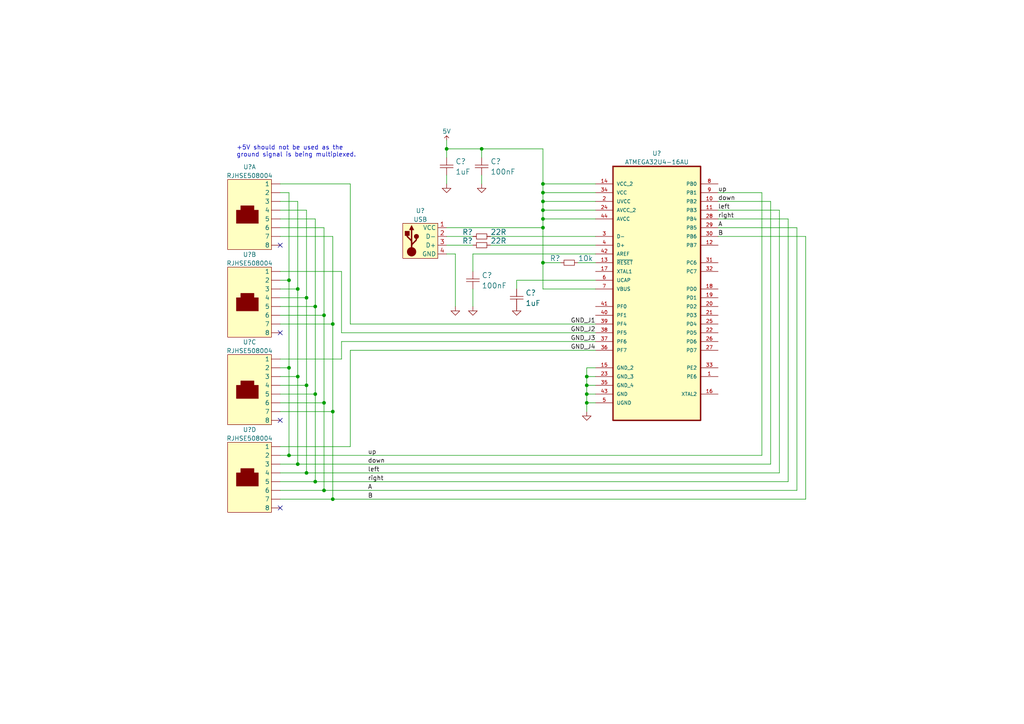
<source format=kicad_sch>
(kicad_sch (version 20211123) (generator eeschema)

  (uuid 56789fba-40e1-424b-9537-9dad26119034)

  (paper "A4")

  (lib_symbols
    (symbol "ATMEGA32U4-16AU:ATMEGA32U4-16AU" (pin_names (offset 1.016)) (in_bom yes) (on_board yes)
      (property "Reference" "U" (id 0) (at -5.7912 34.4424 0)
        (effects (font (size 1.27 1.27)) (justify left bottom))
      )
      (property "Value" "ATMEGA32U4-16AU" (id 1) (at -3.6576 -43.7388 0)
        (effects (font (size 1.27 1.27)) (justify left bottom))
      )
      (property "Footprint" "QFP80P1200X1200X120-44N" (id 2) (at 0 0 0)
        (effects (font (size 1.27 1.27)) (justify left bottom) hide)
      )
      (property "Datasheet" "" (id 3) (at 0 0 0)
        (effects (font (size 1.27 1.27)) (justify left bottom) hide)
      )
      (property "OC_FARNELL" "1748525" (id 4) (at 0 0 0)
        (effects (font (size 1.27 1.27)) (justify left bottom) hide)
      )
      (property "SUPPLIER" "Atmel" (id 5) (at 0 0 0)
        (effects (font (size 1.27 1.27)) (justify left bottom) hide)
      )
      (property "MPN" "ATMEGA32U4-16AU" (id 6) (at 0 0 0)
        (effects (font (size 1.27 1.27)) (justify left bottom) hide)
      )
      (property "PACKAGE" "TQFP-44" (id 7) (at 0 0 0)
        (effects (font (size 1.27 1.27)) (justify left bottom) hide)
      )
      (property "OC_NEWARK" "26R5633" (id 8) (at 0 0 0)
        (effects (font (size 1.27 1.27)) (justify left bottom) hide)
      )
      (property "ki_locked" "" (id 9) (at 0 0 0)
        (effects (font (size 1.27 1.27)))
      )
      (symbol "ATMEGA32U4-16AU_0_0"
        (rectangle (start -12.7 -40.64) (end 12.7 33.02)
          (stroke (width 0.4064) (type default) (color 0 0 0 0))
          (fill (type background))
        )
        (pin bidirectional line (at 17.78 -27.94 180) (length 5.08)
          (name "PE6" (effects (font (size 1.016 1.016))))
          (number "1" (effects (font (size 1.016 1.016))))
        )
        (pin bidirectional line (at 17.78 22.86 180) (length 5.08)
          (name "PB2" (effects (font (size 1.016 1.016))))
          (number "10" (effects (font (size 1.016 1.016))))
        )
        (pin bidirectional line (at 17.78 20.32 180) (length 5.08)
          (name "PB3" (effects (font (size 1.016 1.016))))
          (number "11" (effects (font (size 1.016 1.016))))
        )
        (pin bidirectional line (at 17.78 10.16 180) (length 5.08)
          (name "PB7" (effects (font (size 1.016 1.016))))
          (number "12" (effects (font (size 1.016 1.016))))
        )
        (pin input line (at -17.78 5.08 0) (length 5.08)
          (name "~{RESET}" (effects (font (size 1.016 1.016))))
          (number "13" (effects (font (size 1.016 1.016))))
        )
        (pin power_in line (at -17.78 27.94 0) (length 5.08)
          (name "VCC_2" (effects (font (size 1.016 1.016))))
          (number "14" (effects (font (size 1.016 1.016))))
        )
        (pin passive line (at -17.78 -25.4 0) (length 5.08)
          (name "GND_2" (effects (font (size 1.016 1.016))))
          (number "15" (effects (font (size 1.016 1.016))))
        )
        (pin output line (at 17.78 -33.02 180) (length 5.08)
          (name "XTAL2" (effects (font (size 1.016 1.016))))
          (number "16" (effects (font (size 1.016 1.016))))
        )
        (pin input line (at -17.78 2.54 0) (length 5.08)
          (name "XTAL1" (effects (font (size 1.016 1.016))))
          (number "17" (effects (font (size 1.016 1.016))))
        )
        (pin bidirectional line (at 17.78 -2.54 180) (length 5.08)
          (name "PD0" (effects (font (size 1.016 1.016))))
          (number "18" (effects (font (size 1.016 1.016))))
        )
        (pin bidirectional line (at 17.78 -5.08 180) (length 5.08)
          (name "PD1" (effects (font (size 1.016 1.016))))
          (number "19" (effects (font (size 1.016 1.016))))
        )
        (pin power_in line (at -17.78 22.86 0) (length 5.08)
          (name "UVCC" (effects (font (size 1.016 1.016))))
          (number "2" (effects (font (size 1.016 1.016))))
        )
        (pin bidirectional line (at 17.78 -7.62 180) (length 5.08)
          (name "PD2" (effects (font (size 1.016 1.016))))
          (number "20" (effects (font (size 1.016 1.016))))
        )
        (pin bidirectional line (at 17.78 -10.16 180) (length 5.08)
          (name "PD3" (effects (font (size 1.016 1.016))))
          (number "21" (effects (font (size 1.016 1.016))))
        )
        (pin bidirectional line (at 17.78 -15.24 180) (length 5.08)
          (name "PD5" (effects (font (size 1.016 1.016))))
          (number "22" (effects (font (size 1.016 1.016))))
        )
        (pin passive line (at -17.78 -27.94 0) (length 5.08)
          (name "GND_3" (effects (font (size 1.016 1.016))))
          (number "23" (effects (font (size 1.016 1.016))))
        )
        (pin power_in line (at -17.78 20.32 0) (length 5.08)
          (name "AVCC_2" (effects (font (size 1.016 1.016))))
          (number "24" (effects (font (size 1.016 1.016))))
        )
        (pin bidirectional line (at 17.78 -12.7 180) (length 5.08)
          (name "PD4" (effects (font (size 1.016 1.016))))
          (number "25" (effects (font (size 1.016 1.016))))
        )
        (pin bidirectional line (at 17.78 -17.78 180) (length 5.08)
          (name "PD6" (effects (font (size 1.016 1.016))))
          (number "26" (effects (font (size 1.016 1.016))))
        )
        (pin bidirectional line (at 17.78 -20.32 180) (length 5.08)
          (name "PD7" (effects (font (size 1.016 1.016))))
          (number "27" (effects (font (size 1.016 1.016))))
        )
        (pin bidirectional line (at 17.78 17.78 180) (length 5.08)
          (name "PB4" (effects (font (size 1.016 1.016))))
          (number "28" (effects (font (size 1.016 1.016))))
        )
        (pin bidirectional line (at 17.78 15.24 180) (length 5.08)
          (name "PB5" (effects (font (size 1.016 1.016))))
          (number "29" (effects (font (size 1.016 1.016))))
        )
        (pin passive line (at -17.78 12.7 0) (length 5.08)
          (name "D-" (effects (font (size 1.016 1.016))))
          (number "3" (effects (font (size 1.016 1.016))))
        )
        (pin bidirectional line (at 17.78 12.7 180) (length 5.08)
          (name "PB6" (effects (font (size 1.016 1.016))))
          (number "30" (effects (font (size 1.016 1.016))))
        )
        (pin bidirectional line (at 17.78 5.08 180) (length 5.08)
          (name "PC6" (effects (font (size 1.016 1.016))))
          (number "31" (effects (font (size 1.016 1.016))))
        )
        (pin bidirectional line (at 17.78 2.54 180) (length 5.08)
          (name "PC7" (effects (font (size 1.016 1.016))))
          (number "32" (effects (font (size 1.016 1.016))))
        )
        (pin bidirectional line (at 17.78 -25.4 180) (length 5.08)
          (name "PE2" (effects (font (size 1.016 1.016))))
          (number "33" (effects (font (size 1.016 1.016))))
        )
        (pin power_in line (at -17.78 25.4 0) (length 5.08)
          (name "VCC" (effects (font (size 1.016 1.016))))
          (number "34" (effects (font (size 1.016 1.016))))
        )
        (pin passive line (at -17.78 -30.48 0) (length 5.08)
          (name "GND_4" (effects (font (size 1.016 1.016))))
          (number "35" (effects (font (size 1.016 1.016))))
        )
        (pin bidirectional line (at -17.78 -20.32 0) (length 5.08)
          (name "PF7" (effects (font (size 1.016 1.016))))
          (number "36" (effects (font (size 1.016 1.016))))
        )
        (pin bidirectional line (at -17.78 -17.78 0) (length 5.08)
          (name "PF6" (effects (font (size 1.016 1.016))))
          (number "37" (effects (font (size 1.016 1.016))))
        )
        (pin bidirectional line (at -17.78 -15.24 0) (length 5.08)
          (name "PF5" (effects (font (size 1.016 1.016))))
          (number "38" (effects (font (size 1.016 1.016))))
        )
        (pin bidirectional line (at -17.78 -12.7 0) (length 5.08)
          (name "PF4" (effects (font (size 1.016 1.016))))
          (number "39" (effects (font (size 1.016 1.016))))
        )
        (pin passive line (at -17.78 10.16 0) (length 5.08)
          (name "D+" (effects (font (size 1.016 1.016))))
          (number "4" (effects (font (size 1.016 1.016))))
        )
        (pin bidirectional line (at -17.78 -10.16 0) (length 5.08)
          (name "PF1" (effects (font (size 1.016 1.016))))
          (number "40" (effects (font (size 1.016 1.016))))
        )
        (pin bidirectional line (at -17.78 -7.62 0) (length 5.08)
          (name "PF0" (effects (font (size 1.016 1.016))))
          (number "41" (effects (font (size 1.016 1.016))))
        )
        (pin input line (at -17.78 7.62 0) (length 5.08)
          (name "AREF" (effects (font (size 1.016 1.016))))
          (number "42" (effects (font (size 1.016 1.016))))
        )
        (pin passive line (at -17.78 -33.02 0) (length 5.08)
          (name "GND" (effects (font (size 1.016 1.016))))
          (number "43" (effects (font (size 1.016 1.016))))
        )
        (pin power_in line (at -17.78 17.78 0) (length 5.08)
          (name "AVCC" (effects (font (size 1.016 1.016))))
          (number "44" (effects (font (size 1.016 1.016))))
        )
        (pin passive line (at -17.78 -35.56 0) (length 5.08)
          (name "UGND" (effects (font (size 1.016 1.016))))
          (number "5" (effects (font (size 1.016 1.016))))
        )
        (pin power_in line (at -17.78 0 0) (length 5.08)
          (name "UCAP" (effects (font (size 1.016 1.016))))
          (number "6" (effects (font (size 1.016 1.016))))
        )
        (pin input line (at -17.78 -2.54 0) (length 5.08)
          (name "VBUS" (effects (font (size 1.016 1.016))))
          (number "7" (effects (font (size 1.016 1.016))))
        )
        (pin bidirectional line (at 17.78 27.94 180) (length 5.08)
          (name "PB0" (effects (font (size 1.016 1.016))))
          (number "8" (effects (font (size 1.016 1.016))))
        )
        (pin bidirectional line (at 17.78 25.4 180) (length 5.08)
          (name "PB1" (effects (font (size 1.016 1.016))))
          (number "9" (effects (font (size 1.016 1.016))))
        )
      )
    )
    (symbol "RJHSE508004_1" (pin_numbers hide) (in_bom yes) (on_board yes)
      (property "Reference" "U" (id 0) (at 7.62 12.7 0)
        (effects (font (size 1.27 1.27)))
      )
      (property "Value" "RJHSE508004_1" (id 1) (at 10.16 10.16 0)
        (effects (font (size 1.27 1.27)))
      )
      (property "Footprint" "" (id 2) (at 2.54 10.16 0)
        (effects (font (size 1.27 1.27)) hide)
      )
      (property "Datasheet" "https://cdn.amphenol-cs.com/media/wysiwyg/files/drawing/rjhse508004.pdf" (id 3) (at 2.54 10.16 0)
        (effects (font (size 1.27 1.27)) hide)
      )
      (property "ki_keywords" "ethernet" (id 4) (at 0 0 0)
        (effects (font (size 1.27 1.27)) hide)
      )
      (property "ki_description" "4 x ethernet connector" (id 5) (at 0 0 0)
        (effects (font (size 1.27 1.27)) hide)
      )
      (symbol "RJHSE508004_1_0_1"
        (polyline
          (pts
            (xy 6.35 -3.81)
            (xy 12.7 -3.81)
            (xy 12.7 0)
            (xy 11.43 0)
            (xy 11.43 1.27)
            (xy 7.62 1.27)
            (xy 7.62 0)
            (xy 6.35 0)
            (xy 6.35 -3.81)
          )
          (stroke (width 0.1524) (type default) (color 0 0 0 0))
          (fill (type outline))
        )
        (rectangle (start 2.54 8.89) (end 15.24 -11.43)
          (stroke (width 0.1524) (type default) (color 0 0 0 0))
          (fill (type background))
        )
      )
      (symbol "RJHSE508004_1_1_1"
        (pin bidirectional line (at 0 7.62 0) (length 2.54)
          (name "1" (effects (font (size 1.27 1.27))))
          (number "1" (effects (font (size 1.27 1.27))))
        )
        (pin bidirectional line (at 0 5.08 0) (length 2.54)
          (name "2" (effects (font (size 1.27 1.27))))
          (number "2" (effects (font (size 1.27 1.27))))
        )
        (pin bidirectional line (at 0 2.54 0) (length 2.54)
          (name "3" (effects (font (size 1.27 1.27))))
          (number "3" (effects (font (size 1.27 1.27))))
        )
        (pin bidirectional line (at 0 0 0) (length 2.54)
          (name "4" (effects (font (size 1.27 1.27))))
          (number "4" (effects (font (size 1.27 1.27))))
        )
        (pin bidirectional line (at 0 -2.54 0) (length 2.54)
          (name "5" (effects (font (size 1.27 1.27))))
          (number "5" (effects (font (size 1.27 1.27))))
        )
        (pin bidirectional line (at 0 -5.08 0) (length 2.54)
          (name "6" (effects (font (size 1.27 1.27))))
          (number "6" (effects (font (size 1.27 1.27))))
        )
        (pin bidirectional line (at 0 -7.62 0) (length 2.54)
          (name "7" (effects (font (size 1.27 1.27))))
          (number "7" (effects (font (size 1.27 1.27))))
        )
        (pin bidirectional line (at 0 -10.16 0) (length 2.54)
          (name "8" (effects (font (size 1.27 1.27))))
          (number "8" (effects (font (size 1.27 1.27))))
        )
      )
      (symbol "RJHSE508004_1_2_1"
        (pin bidirectional line (at 0 7.62 0) (length 2.54)
          (name "1" (effects (font (size 1.27 1.27))))
          (number "1-UB" (effects (font (size 1.27 1.27))))
        )
        (pin bidirectional line (at 0 5.08 0) (length 2.54)
          (name "2" (effects (font (size 1.27 1.27))))
          (number "2-UB" (effects (font (size 1.27 1.27))))
        )
        (pin bidirectional line (at 0 2.54 0) (length 2.54)
          (name "3" (effects (font (size 1.27 1.27))))
          (number "3-UB" (effects (font (size 1.27 1.27))))
        )
        (pin bidirectional line (at 0 0 0) (length 2.54)
          (name "4" (effects (font (size 1.27 1.27))))
          (number "4-UB" (effects (font (size 1.27 1.27))))
        )
        (pin bidirectional line (at 0 -2.54 0) (length 2.54)
          (name "5" (effects (font (size 1.27 1.27))))
          (number "5-UB" (effects (font (size 1.27 1.27))))
        )
        (pin bidirectional line (at 0 -5.08 0) (length 2.54)
          (name "6" (effects (font (size 1.27 1.27))))
          (number "6-UB" (effects (font (size 1.27 1.27))))
        )
        (pin bidirectional line (at 0 -7.62 0) (length 2.54)
          (name "7" (effects (font (size 1.27 1.27))))
          (number "7-UB" (effects (font (size 1.27 1.27))))
        )
        (pin bidirectional line (at 0 -10.16 0) (length 2.54)
          (name "8" (effects (font (size 1.27 1.27))))
          (number "8-UB" (effects (font (size 1.27 1.27))))
        )
      )
      (symbol "RJHSE508004_1_3_1"
        (pin bidirectional line (at 0 7.62 0) (length 2.54)
          (name "1" (effects (font (size 1.27 1.27))))
          (number "1-UC" (effects (font (size 1.27 1.27))))
        )
        (pin bidirectional line (at 0 5.08 0) (length 2.54)
          (name "2" (effects (font (size 1.27 1.27))))
          (number "2-UC" (effects (font (size 1.27 1.27))))
        )
        (pin bidirectional line (at 0 2.54 0) (length 2.54)
          (name "3" (effects (font (size 1.27 1.27))))
          (number "3-UC" (effects (font (size 1.27 1.27))))
        )
        (pin bidirectional line (at 0 0 0) (length 2.54)
          (name "4" (effects (font (size 1.27 1.27))))
          (number "4-UC" (effects (font (size 1.27 1.27))))
        )
        (pin bidirectional line (at 0 -2.54 0) (length 2.54)
          (name "5" (effects (font (size 1.27 1.27))))
          (number "5-UC" (effects (font (size 1.27 1.27))))
        )
        (pin bidirectional line (at 0 -5.08 0) (length 2.54)
          (name "6" (effects (font (size 1.27 1.27))))
          (number "6-UC" (effects (font (size 1.27 1.27))))
        )
        (pin bidirectional line (at 0 -7.62 0) (length 2.54)
          (name "7" (effects (font (size 1.27 1.27))))
          (number "7-UC" (effects (font (size 1.27 1.27))))
        )
        (pin bidirectional line (at 0 -10.16 0) (length 2.54)
          (name "8" (effects (font (size 1.27 1.27))))
          (number "8-UC" (effects (font (size 1.27 1.27))))
        )
      )
      (symbol "RJHSE508004_1_4_1"
        (pin bidirectional line (at 0 7.62 0) (length 2.54)
          (name "1" (effects (font (size 1.27 1.27))))
          (number "1-UD" (effects (font (size 1.27 1.27))))
        )
        (pin bidirectional line (at 0 5.08 0) (length 2.54)
          (name "2" (effects (font (size 1.27 1.27))))
          (number "2-UD" (effects (font (size 1.27 1.27))))
        )
        (pin bidirectional line (at 0 2.54 0) (length 2.54)
          (name "3" (effects (font (size 1.27 1.27))))
          (number "3-UD" (effects (font (size 1.27 1.27))))
        )
        (pin bidirectional line (at 0 0 0) (length 2.54)
          (name "4" (effects (font (size 1.27 1.27))))
          (number "4-UD" (effects (font (size 1.27 1.27))))
        )
        (pin bidirectional line (at 0 -2.54 0) (length 2.54)
          (name "5" (effects (font (size 1.27 1.27))))
          (number "5-UD" (effects (font (size 1.27 1.27))))
        )
        (pin bidirectional line (at 0 -5.08 0) (length 2.54)
          (name "6" (effects (font (size 1.27 1.27))))
          (number "6-UD" (effects (font (size 1.27 1.27))))
        )
        (pin bidirectional line (at 0 -7.62 0) (length 2.54)
          (name "7" (effects (font (size 1.27 1.27))))
          (number "7-UD" (effects (font (size 1.27 1.27))))
        )
        (pin bidirectional line (at 0 -10.16 0) (length 2.54)
          (name "8" (effects (font (size 1.27 1.27))))
          (number "8-UD" (effects (font (size 1.27 1.27))))
        )
      )
    )
    (symbol "RJHSE508004_2" (pin_numbers hide) (in_bom yes) (on_board yes)
      (property "Reference" "U" (id 0) (at 7.62 12.7 0)
        (effects (font (size 1.27 1.27)))
      )
      (property "Value" "RJHSE508004_2" (id 1) (at 10.16 10.16 0)
        (effects (font (size 1.27 1.27)))
      )
      (property "Footprint" "" (id 2) (at 2.54 10.16 0)
        (effects (font (size 1.27 1.27)) hide)
      )
      (property "Datasheet" "https://cdn.amphenol-cs.com/media/wysiwyg/files/drawing/rjhse508004.pdf" (id 3) (at 2.54 10.16 0)
        (effects (font (size 1.27 1.27)) hide)
      )
      (property "ki_keywords" "ethernet" (id 4) (at 0 0 0)
        (effects (font (size 1.27 1.27)) hide)
      )
      (property "ki_description" "4 x ethernet connector" (id 5) (at 0 0 0)
        (effects (font (size 1.27 1.27)) hide)
      )
      (symbol "RJHSE508004_2_0_1"
        (polyline
          (pts
            (xy 6.35 -3.81)
            (xy 12.7 -3.81)
            (xy 12.7 0)
            (xy 11.43 0)
            (xy 11.43 1.27)
            (xy 7.62 1.27)
            (xy 7.62 0)
            (xy 6.35 0)
            (xy 6.35 -3.81)
          )
          (stroke (width 0.1524) (type default) (color 0 0 0 0))
          (fill (type outline))
        )
        (rectangle (start 2.54 8.89) (end 15.24 -11.43)
          (stroke (width 0.1524) (type default) (color 0 0 0 0))
          (fill (type background))
        )
      )
      (symbol "RJHSE508004_2_1_1"
        (pin bidirectional line (at 0 7.62 0) (length 2.54)
          (name "1" (effects (font (size 1.27 1.27))))
          (number "1" (effects (font (size 1.27 1.27))))
        )
        (pin bidirectional line (at 0 5.08 0) (length 2.54)
          (name "2" (effects (font (size 1.27 1.27))))
          (number "2" (effects (font (size 1.27 1.27))))
        )
        (pin bidirectional line (at 0 2.54 0) (length 2.54)
          (name "3" (effects (font (size 1.27 1.27))))
          (number "3" (effects (font (size 1.27 1.27))))
        )
        (pin bidirectional line (at 0 0 0) (length 2.54)
          (name "4" (effects (font (size 1.27 1.27))))
          (number "4" (effects (font (size 1.27 1.27))))
        )
        (pin bidirectional line (at 0 -2.54 0) (length 2.54)
          (name "5" (effects (font (size 1.27 1.27))))
          (number "5" (effects (font (size 1.27 1.27))))
        )
        (pin bidirectional line (at 0 -5.08 0) (length 2.54)
          (name "6" (effects (font (size 1.27 1.27))))
          (number "6" (effects (font (size 1.27 1.27))))
        )
        (pin bidirectional line (at 0 -7.62 0) (length 2.54)
          (name "7" (effects (font (size 1.27 1.27))))
          (number "7" (effects (font (size 1.27 1.27))))
        )
        (pin bidirectional line (at 0 -10.16 0) (length 2.54)
          (name "8" (effects (font (size 1.27 1.27))))
          (number "8" (effects (font (size 1.27 1.27))))
        )
      )
      (symbol "RJHSE508004_2_2_1"
        (pin bidirectional line (at 0 7.62 0) (length 2.54)
          (name "1" (effects (font (size 1.27 1.27))))
          (number "1-UB" (effects (font (size 1.27 1.27))))
        )
        (pin bidirectional line (at 0 5.08 0) (length 2.54)
          (name "2" (effects (font (size 1.27 1.27))))
          (number "2-UB" (effects (font (size 1.27 1.27))))
        )
        (pin bidirectional line (at 0 2.54 0) (length 2.54)
          (name "3" (effects (font (size 1.27 1.27))))
          (number "3-UB" (effects (font (size 1.27 1.27))))
        )
        (pin bidirectional line (at 0 0 0) (length 2.54)
          (name "4" (effects (font (size 1.27 1.27))))
          (number "4-UB" (effects (font (size 1.27 1.27))))
        )
        (pin bidirectional line (at 0 -2.54 0) (length 2.54)
          (name "5" (effects (font (size 1.27 1.27))))
          (number "5-UB" (effects (font (size 1.27 1.27))))
        )
        (pin bidirectional line (at 0 -5.08 0) (length 2.54)
          (name "6" (effects (font (size 1.27 1.27))))
          (number "6-UB" (effects (font (size 1.27 1.27))))
        )
        (pin bidirectional line (at 0 -7.62 0) (length 2.54)
          (name "7" (effects (font (size 1.27 1.27))))
          (number "7-UB" (effects (font (size 1.27 1.27))))
        )
        (pin bidirectional line (at 0 -10.16 0) (length 2.54)
          (name "8" (effects (font (size 1.27 1.27))))
          (number "8-UB" (effects (font (size 1.27 1.27))))
        )
      )
      (symbol "RJHSE508004_2_3_1"
        (pin bidirectional line (at 0 7.62 0) (length 2.54)
          (name "1" (effects (font (size 1.27 1.27))))
          (number "1-UC" (effects (font (size 1.27 1.27))))
        )
        (pin bidirectional line (at 0 5.08 0) (length 2.54)
          (name "2" (effects (font (size 1.27 1.27))))
          (number "2-UC" (effects (font (size 1.27 1.27))))
        )
        (pin bidirectional line (at 0 2.54 0) (length 2.54)
          (name "3" (effects (font (size 1.27 1.27))))
          (number "3-UC" (effects (font (size 1.27 1.27))))
        )
        (pin bidirectional line (at 0 0 0) (length 2.54)
          (name "4" (effects (font (size 1.27 1.27))))
          (number "4-UC" (effects (font (size 1.27 1.27))))
        )
        (pin bidirectional line (at 0 -2.54 0) (length 2.54)
          (name "5" (effects (font (size 1.27 1.27))))
          (number "5-UC" (effects (font (size 1.27 1.27))))
        )
        (pin bidirectional line (at 0 -5.08 0) (length 2.54)
          (name "6" (effects (font (size 1.27 1.27))))
          (number "6-UC" (effects (font (size 1.27 1.27))))
        )
        (pin bidirectional line (at 0 -7.62 0) (length 2.54)
          (name "7" (effects (font (size 1.27 1.27))))
          (number "7-UC" (effects (font (size 1.27 1.27))))
        )
        (pin bidirectional line (at 0 -10.16 0) (length 2.54)
          (name "8" (effects (font (size 1.27 1.27))))
          (number "8-UC" (effects (font (size 1.27 1.27))))
        )
      )
      (symbol "RJHSE508004_2_4_1"
        (pin bidirectional line (at 0 7.62 0) (length 2.54)
          (name "1" (effects (font (size 1.27 1.27))))
          (number "1-UD" (effects (font (size 1.27 1.27))))
        )
        (pin bidirectional line (at 0 5.08 0) (length 2.54)
          (name "2" (effects (font (size 1.27 1.27))))
          (number "2-UD" (effects (font (size 1.27 1.27))))
        )
        (pin bidirectional line (at 0 2.54 0) (length 2.54)
          (name "3" (effects (font (size 1.27 1.27))))
          (number "3-UD" (effects (font (size 1.27 1.27))))
        )
        (pin bidirectional line (at 0 0 0) (length 2.54)
          (name "4" (effects (font (size 1.27 1.27))))
          (number "4-UD" (effects (font (size 1.27 1.27))))
        )
        (pin bidirectional line (at 0 -2.54 0) (length 2.54)
          (name "5" (effects (font (size 1.27 1.27))))
          (number "5-UD" (effects (font (size 1.27 1.27))))
        )
        (pin bidirectional line (at 0 -5.08 0) (length 2.54)
          (name "6" (effects (font (size 1.27 1.27))))
          (number "6-UD" (effects (font (size 1.27 1.27))))
        )
        (pin bidirectional line (at 0 -7.62 0) (length 2.54)
          (name "7" (effects (font (size 1.27 1.27))))
          (number "7-UD" (effects (font (size 1.27 1.27))))
        )
        (pin bidirectional line (at 0 -10.16 0) (length 2.54)
          (name "8" (effects (font (size 1.27 1.27))))
          (number "8-UD" (effects (font (size 1.27 1.27))))
        )
      )
    )
    (symbol "RJHSE508004_3" (pin_numbers hide) (in_bom yes) (on_board yes)
      (property "Reference" "U" (id 0) (at 7.62 12.7 0)
        (effects (font (size 1.27 1.27)))
      )
      (property "Value" "RJHSE508004_3" (id 1) (at 10.16 10.16 0)
        (effects (font (size 1.27 1.27)))
      )
      (property "Footprint" "" (id 2) (at 2.54 10.16 0)
        (effects (font (size 1.27 1.27)) hide)
      )
      (property "Datasheet" "https://cdn.amphenol-cs.com/media/wysiwyg/files/drawing/rjhse508004.pdf" (id 3) (at 2.54 10.16 0)
        (effects (font (size 1.27 1.27)) hide)
      )
      (property "ki_keywords" "ethernet" (id 4) (at 0 0 0)
        (effects (font (size 1.27 1.27)) hide)
      )
      (property "ki_description" "4 x ethernet connector" (id 5) (at 0 0 0)
        (effects (font (size 1.27 1.27)) hide)
      )
      (symbol "RJHSE508004_3_0_1"
        (polyline
          (pts
            (xy 6.35 -3.81)
            (xy 12.7 -3.81)
            (xy 12.7 0)
            (xy 11.43 0)
            (xy 11.43 1.27)
            (xy 7.62 1.27)
            (xy 7.62 0)
            (xy 6.35 0)
            (xy 6.35 -3.81)
          )
          (stroke (width 0.1524) (type default) (color 0 0 0 0))
          (fill (type outline))
        )
        (rectangle (start 2.54 8.89) (end 15.24 -11.43)
          (stroke (width 0.1524) (type default) (color 0 0 0 0))
          (fill (type background))
        )
      )
      (symbol "RJHSE508004_3_1_1"
        (pin bidirectional line (at 0 7.62 0) (length 2.54)
          (name "1" (effects (font (size 1.27 1.27))))
          (number "1" (effects (font (size 1.27 1.27))))
        )
        (pin bidirectional line (at 0 5.08 0) (length 2.54)
          (name "2" (effects (font (size 1.27 1.27))))
          (number "2" (effects (font (size 1.27 1.27))))
        )
        (pin bidirectional line (at 0 2.54 0) (length 2.54)
          (name "3" (effects (font (size 1.27 1.27))))
          (number "3" (effects (font (size 1.27 1.27))))
        )
        (pin bidirectional line (at 0 0 0) (length 2.54)
          (name "4" (effects (font (size 1.27 1.27))))
          (number "4" (effects (font (size 1.27 1.27))))
        )
        (pin bidirectional line (at 0 -2.54 0) (length 2.54)
          (name "5" (effects (font (size 1.27 1.27))))
          (number "5" (effects (font (size 1.27 1.27))))
        )
        (pin bidirectional line (at 0 -5.08 0) (length 2.54)
          (name "6" (effects (font (size 1.27 1.27))))
          (number "6" (effects (font (size 1.27 1.27))))
        )
        (pin bidirectional line (at 0 -7.62 0) (length 2.54)
          (name "7" (effects (font (size 1.27 1.27))))
          (number "7" (effects (font (size 1.27 1.27))))
        )
        (pin bidirectional line (at 0 -10.16 0) (length 2.54)
          (name "8" (effects (font (size 1.27 1.27))))
          (number "8" (effects (font (size 1.27 1.27))))
        )
      )
      (symbol "RJHSE508004_3_2_1"
        (pin bidirectional line (at 0 7.62 0) (length 2.54)
          (name "1" (effects (font (size 1.27 1.27))))
          (number "1-UB" (effects (font (size 1.27 1.27))))
        )
        (pin bidirectional line (at 0 5.08 0) (length 2.54)
          (name "2" (effects (font (size 1.27 1.27))))
          (number "2-UB" (effects (font (size 1.27 1.27))))
        )
        (pin bidirectional line (at 0 2.54 0) (length 2.54)
          (name "3" (effects (font (size 1.27 1.27))))
          (number "3-UB" (effects (font (size 1.27 1.27))))
        )
        (pin bidirectional line (at 0 0 0) (length 2.54)
          (name "4" (effects (font (size 1.27 1.27))))
          (number "4-UB" (effects (font (size 1.27 1.27))))
        )
        (pin bidirectional line (at 0 -2.54 0) (length 2.54)
          (name "5" (effects (font (size 1.27 1.27))))
          (number "5-UB" (effects (font (size 1.27 1.27))))
        )
        (pin bidirectional line (at 0 -5.08 0) (length 2.54)
          (name "6" (effects (font (size 1.27 1.27))))
          (number "6-UB" (effects (font (size 1.27 1.27))))
        )
        (pin bidirectional line (at 0 -7.62 0) (length 2.54)
          (name "7" (effects (font (size 1.27 1.27))))
          (number "7-UB" (effects (font (size 1.27 1.27))))
        )
        (pin bidirectional line (at 0 -10.16 0) (length 2.54)
          (name "8" (effects (font (size 1.27 1.27))))
          (number "8-UB" (effects (font (size 1.27 1.27))))
        )
      )
      (symbol "RJHSE508004_3_3_1"
        (pin bidirectional line (at 0 7.62 0) (length 2.54)
          (name "1" (effects (font (size 1.27 1.27))))
          (number "1-UC" (effects (font (size 1.27 1.27))))
        )
        (pin bidirectional line (at 0 5.08 0) (length 2.54)
          (name "2" (effects (font (size 1.27 1.27))))
          (number "2-UC" (effects (font (size 1.27 1.27))))
        )
        (pin bidirectional line (at 0 2.54 0) (length 2.54)
          (name "3" (effects (font (size 1.27 1.27))))
          (number "3-UC" (effects (font (size 1.27 1.27))))
        )
        (pin bidirectional line (at 0 0 0) (length 2.54)
          (name "4" (effects (font (size 1.27 1.27))))
          (number "4-UC" (effects (font (size 1.27 1.27))))
        )
        (pin bidirectional line (at 0 -2.54 0) (length 2.54)
          (name "5" (effects (font (size 1.27 1.27))))
          (number "5-UC" (effects (font (size 1.27 1.27))))
        )
        (pin bidirectional line (at 0 -5.08 0) (length 2.54)
          (name "6" (effects (font (size 1.27 1.27))))
          (number "6-UC" (effects (font (size 1.27 1.27))))
        )
        (pin bidirectional line (at 0 -7.62 0) (length 2.54)
          (name "7" (effects (font (size 1.27 1.27))))
          (number "7-UC" (effects (font (size 1.27 1.27))))
        )
        (pin bidirectional line (at 0 -10.16 0) (length 2.54)
          (name "8" (effects (font (size 1.27 1.27))))
          (number "8-UC" (effects (font (size 1.27 1.27))))
        )
      )
      (symbol "RJHSE508004_3_4_1"
        (pin bidirectional line (at 0 7.62 0) (length 2.54)
          (name "1" (effects (font (size 1.27 1.27))))
          (number "1-UD" (effects (font (size 1.27 1.27))))
        )
        (pin bidirectional line (at 0 5.08 0) (length 2.54)
          (name "2" (effects (font (size 1.27 1.27))))
          (number "2-UD" (effects (font (size 1.27 1.27))))
        )
        (pin bidirectional line (at 0 2.54 0) (length 2.54)
          (name "3" (effects (font (size 1.27 1.27))))
          (number "3-UD" (effects (font (size 1.27 1.27))))
        )
        (pin bidirectional line (at 0 0 0) (length 2.54)
          (name "4" (effects (font (size 1.27 1.27))))
          (number "4-UD" (effects (font (size 1.27 1.27))))
        )
        (pin bidirectional line (at 0 -2.54 0) (length 2.54)
          (name "5" (effects (font (size 1.27 1.27))))
          (number "5-UD" (effects (font (size 1.27 1.27))))
        )
        (pin bidirectional line (at 0 -5.08 0) (length 2.54)
          (name "6" (effects (font (size 1.27 1.27))))
          (number "6-UD" (effects (font (size 1.27 1.27))))
        )
        (pin bidirectional line (at 0 -7.62 0) (length 2.54)
          (name "7" (effects (font (size 1.27 1.27))))
          (number "7-UD" (effects (font (size 1.27 1.27))))
        )
        (pin bidirectional line (at 0 -10.16 0) (length 2.54)
          (name "8" (effects (font (size 1.27 1.27))))
          (number "8-UD" (effects (font (size 1.27 1.27))))
        )
      )
    )
    (symbol "multitap:100nF" (pin_numbers hide) (pin_names (offset 1.016) hide) (in_bom yes) (on_board yes)
      (property "Reference" "C" (id 0) (at 5.08 -1.27 0)
        (effects (font (size 1.524 1.524)))
      )
      (property "Value" "100nF" (id 1) (at 5.08 1.27 0)
        (effects (font (size 1.524 1.524)))
      )
      (property "Footprint" "passives:0603" (id 2) (at -2.54 -6.35 0)
        (effects (font (size 1.524 1.524)) hide)
      )
      (property "Datasheet" "" (id 3) (at 0 -3.81 0)
        (effects (font (size 1.524 1.524)) hide)
      )
      (symbol "100nF_0_1"
        (polyline
          (pts
            (xy 0 1.27)
            (xy 0 1.27)
          )
          (stroke (width 0) (type default) (color 0 0 0 0))
          (fill (type none))
        )
        (polyline
          (pts
            (xy 1.905 -0.381)
            (xy -1.905 -0.381)
          )
          (stroke (width 0) (type default) (color 0 0 0 0))
          (fill (type none))
        )
        (polyline
          (pts
            (xy 1.905 0.381)
            (xy -1.905 0.381)
          )
          (stroke (width 0) (type default) (color 0 0 0 0))
          (fill (type none))
        )
      )
      (symbol "100nF_1_1"
        (pin input line (at 0 -2.54 90) (length 2.159)
          (name "~" (effects (font (size 1.27 1.27))))
          (number "1" (effects (font (size 1.27 1.27))))
        )
        (pin input line (at 0 2.54 270) (length 2.159)
          (name "~" (effects (font (size 1.27 1.27))))
          (number "2" (effects (font (size 1.27 1.27))))
        )
      )
    )
    (symbol "multitap:10k" (pin_numbers hide) (pin_names (offset 1.016) hide) (in_bom yes) (on_board yes)
      (property "Reference" "R" (id 0) (at 3.81 1.27 0)
        (effects (font (size 1.524 1.524)))
      )
      (property "Value" "10k" (id 1) (at 3.81 -1.27 0)
        (effects (font (size 1.524 1.524)))
      )
      (property "Footprint" "passives:0603" (id 2) (at 0 -5.08 0)
        (effects (font (size 1.524 1.524)) hide)
      )
      (property "Datasheet" "" (id 3) (at 3.81 1.27 0)
        (effects (font (size 1.524 1.524)) hide)
      )
      (symbol "10k_0_1"
        (rectangle (start -0.762 -1.524) (end 0.762 1.524)
          (stroke (width 0) (type default) (color 0 0 0 0))
          (fill (type none))
        )
      )
      (symbol "10k_1_1"
        (pin input line (at 0 -2.54 90) (length 0.9906)
          (name "~" (effects (font (size 1.27 1.27))))
          (number "1" (effects (font (size 1.27 1.27))))
        )
        (pin input line (at 0 2.54 270) (length 0.9906)
          (name "~" (effects (font (size 1.27 1.27))))
          (number "2" (effects (font (size 1.27 1.27))))
        )
      )
    )
    (symbol "multitap:1uF" (pin_numbers hide) (pin_names (offset 1.016) hide) (in_bom yes) (on_board yes)
      (property "Reference" "C" (id 0) (at 5.08 -1.27 0)
        (effects (font (size 1.524 1.524)))
      )
      (property "Value" "1uF" (id 1) (at 5.08 1.27 0)
        (effects (font (size 1.524 1.524)))
      )
      (property "Footprint" "passives:0603" (id 2) (at -2.54 -6.35 0)
        (effects (font (size 1.524 1.524)) hide)
      )
      (property "Datasheet" "" (id 3) (at 0 -3.81 0)
        (effects (font (size 1.524 1.524)) hide)
      )
      (symbol "1uF_0_1"
        (polyline
          (pts
            (xy 0 1.27)
            (xy 0 1.27)
          )
          (stroke (width 0) (type default) (color 0 0 0 0))
          (fill (type none))
        )
        (polyline
          (pts
            (xy 1.905 -0.381)
            (xy -1.905 -0.381)
          )
          (stroke (width 0) (type default) (color 0 0 0 0))
          (fill (type none))
        )
        (polyline
          (pts
            (xy 1.905 0.381)
            (xy -1.905 0.381)
          )
          (stroke (width 0) (type default) (color 0 0 0 0))
          (fill (type none))
        )
      )
      (symbol "1uF_1_1"
        (pin input line (at 0 -2.54 90) (length 2.159)
          (name "~" (effects (font (size 1.27 1.27))))
          (number "1" (effects (font (size 1.27 1.27))))
        )
        (pin input line (at 0 2.54 270) (length 2.159)
          (name "~" (effects (font (size 1.27 1.27))))
          (number "2" (effects (font (size 1.27 1.27))))
        )
      )
    )
    (symbol "multitap:22R" (pin_numbers hide) (pin_names (offset 1.016) hide) (in_bom yes) (on_board yes)
      (property "Reference" "R" (id 0) (at 3.81 1.27 0)
        (effects (font (size 1.524 1.524)))
      )
      (property "Value" "22R" (id 1) (at 3.81 -1.27 0)
        (effects (font (size 1.524 1.524)))
      )
      (property "Footprint" "passives:0603" (id 2) (at 0 -5.08 0)
        (effects (font (size 1.524 1.524)) hide)
      )
      (property "Datasheet" "" (id 3) (at 3.81 1.27 0)
        (effects (font (size 1.524 1.524)) hide)
      )
      (symbol "22R_0_1"
        (rectangle (start -0.762 -1.524) (end 0.762 1.524)
          (stroke (width 0) (type default) (color 0 0 0 0))
          (fill (type none))
        )
      )
      (symbol "22R_1_1"
        (pin input line (at 0 -2.54 90) (length 0.9906)
          (name "~" (effects (font (size 1.27 1.27))))
          (number "1" (effects (font (size 1.27 1.27))))
        )
        (pin input line (at 0 2.54 270) (length 0.9906)
          (name "~" (effects (font (size 1.27 1.27))))
          (number "2" (effects (font (size 1.27 1.27))))
        )
      )
    )
    (symbol "multitap:5V" (power) (pin_numbers hide) (pin_names hide) (in_bom no) (on_board no)
      (property "Reference" "U" (id 0) (at 0 0 0)
        (effects (font (size 1.27 1.27)) hide)
      )
      (property "Value" "5V" (id 1) (at 0 2.54 0)
        (effects (font (size 1.27 1.27)))
      )
      (property "Footprint" "" (id 2) (at 0 0 0)
        (effects (font (size 1.27 1.27)) hide)
      )
      (property "Datasheet" "" (id 3) (at 0 0 0)
        (effects (font (size 1.27 1.27)) hide)
      )
      (symbol "5V_0_1"
        (polyline
          (pts
            (xy -0.635 0.635)
            (xy 0 1.27)
            (xy 0.635 0.635)
          )
          (stroke (width 0.1524) (type default) (color 0 0 0 0))
          (fill (type none))
        )
      )
      (symbol "5V_1_1"
        (pin power_out line (at 0 0 90) (length 1.27)
          (name "" (effects (font (size 1.27 1.27))))
          (number "" (effects (font (size 1.27 1.27))))
        )
      )
    )
    (symbol "multitap:GND" (power) (pin_numbers hide) (pin_names (offset 0) hide) (in_bom no) (on_board no)
      (property "Reference" "GND" (id 0) (at 0 2.54 0)
        (effects (font (size 1.27 1.27)) hide)
      )
      (property "Value" "GND" (id 1) (at 0 2.54 0)
        (effects (font (size 1.27 1.27)) hide)
      )
      (property "Footprint" "" (id 2) (at 0 0 0)
        (effects (font (size 1.27 1.27)) hide)
      )
      (property "Datasheet" "" (id 3) (at 0 0 0)
        (effects (font (size 1.27 1.27)) hide)
      )
      (symbol "GND_0_1"
        (polyline
          (pts
            (xy -1.27 -1.27)
            (xy 1.27 -1.27)
            (xy 0 -2.54)
            (xy -1.27 -1.27)
          )
          (stroke (width 0.1524) (type default) (color 0 0 0 0))
          (fill (type none))
        )
      )
      (symbol "GND_1_1"
        (pin power_in line (at 0 0 270) (length 1.27)
          (name "" (effects (font (size 1.27 1.27))))
          (number "GND" (effects (font (size 1.27 1.27))))
        )
      )
    )
    (symbol "multitap:RJHSE508004" (pin_numbers hide) (in_bom yes) (on_board yes)
      (property "Reference" "U" (id 0) (at 7.62 12.7 0)
        (effects (font (size 1.27 1.27)))
      )
      (property "Value" "RJHSE508004" (id 1) (at 10.16 10.16 0)
        (effects (font (size 1.27 1.27)))
      )
      (property "Footprint" "" (id 2) (at 2.54 10.16 0)
        (effects (font (size 1.27 1.27)) hide)
      )
      (property "Datasheet" "https://cdn.amphenol-cs.com/media/wysiwyg/files/drawing/rjhse508004.pdf" (id 3) (at 2.54 10.16 0)
        (effects (font (size 1.27 1.27)) hide)
      )
      (property "ki_keywords" "ethernet" (id 4) (at 0 0 0)
        (effects (font (size 1.27 1.27)) hide)
      )
      (property "ki_description" "4 x ethernet connector" (id 5) (at 0 0 0)
        (effects (font (size 1.27 1.27)) hide)
      )
      (symbol "RJHSE508004_0_1"
        (polyline
          (pts
            (xy 6.35 -3.81)
            (xy 12.7 -3.81)
            (xy 12.7 0)
            (xy 11.43 0)
            (xy 11.43 1.27)
            (xy 7.62 1.27)
            (xy 7.62 0)
            (xy 6.35 0)
            (xy 6.35 -3.81)
          )
          (stroke (width 0.1524) (type default) (color 0 0 0 0))
          (fill (type outline))
        )
        (rectangle (start 2.54 8.89) (end 15.24 -11.43)
          (stroke (width 0.1524) (type default) (color 0 0 0 0))
          (fill (type background))
        )
      )
      (symbol "RJHSE508004_1_1"
        (pin bidirectional line (at 0 7.62 0) (length 2.54)
          (name "1" (effects (font (size 1.27 1.27))))
          (number "1" (effects (font (size 1.27 1.27))))
        )
        (pin bidirectional line (at 0 5.08 0) (length 2.54)
          (name "2" (effects (font (size 1.27 1.27))))
          (number "2" (effects (font (size 1.27 1.27))))
        )
        (pin bidirectional line (at 0 2.54 0) (length 2.54)
          (name "3" (effects (font (size 1.27 1.27))))
          (number "3" (effects (font (size 1.27 1.27))))
        )
        (pin bidirectional line (at 0 0 0) (length 2.54)
          (name "4" (effects (font (size 1.27 1.27))))
          (number "4" (effects (font (size 1.27 1.27))))
        )
        (pin bidirectional line (at 0 -2.54 0) (length 2.54)
          (name "5" (effects (font (size 1.27 1.27))))
          (number "5" (effects (font (size 1.27 1.27))))
        )
        (pin bidirectional line (at 0 -5.08 0) (length 2.54)
          (name "6" (effects (font (size 1.27 1.27))))
          (number "6" (effects (font (size 1.27 1.27))))
        )
        (pin bidirectional line (at 0 -7.62 0) (length 2.54)
          (name "7" (effects (font (size 1.27 1.27))))
          (number "7" (effects (font (size 1.27 1.27))))
        )
        (pin bidirectional line (at 0 -10.16 0) (length 2.54)
          (name "8" (effects (font (size 1.27 1.27))))
          (number "8" (effects (font (size 1.27 1.27))))
        )
      )
      (symbol "RJHSE508004_2_1"
        (pin bidirectional line (at 0 7.62 0) (length 2.54)
          (name "1" (effects (font (size 1.27 1.27))))
          (number "1-UB" (effects (font (size 1.27 1.27))))
        )
        (pin bidirectional line (at 0 5.08 0) (length 2.54)
          (name "2" (effects (font (size 1.27 1.27))))
          (number "2-UB" (effects (font (size 1.27 1.27))))
        )
        (pin bidirectional line (at 0 2.54 0) (length 2.54)
          (name "3" (effects (font (size 1.27 1.27))))
          (number "3-UB" (effects (font (size 1.27 1.27))))
        )
        (pin bidirectional line (at 0 0 0) (length 2.54)
          (name "4" (effects (font (size 1.27 1.27))))
          (number "4-UB" (effects (font (size 1.27 1.27))))
        )
        (pin bidirectional line (at 0 -2.54 0) (length 2.54)
          (name "5" (effects (font (size 1.27 1.27))))
          (number "5-UB" (effects (font (size 1.27 1.27))))
        )
        (pin bidirectional line (at 0 -5.08 0) (length 2.54)
          (name "6" (effects (font (size 1.27 1.27))))
          (number "6-UB" (effects (font (size 1.27 1.27))))
        )
        (pin bidirectional line (at 0 -7.62 0) (length 2.54)
          (name "7" (effects (font (size 1.27 1.27))))
          (number "7-UB" (effects (font (size 1.27 1.27))))
        )
        (pin bidirectional line (at 0 -10.16 0) (length 2.54)
          (name "8" (effects (font (size 1.27 1.27))))
          (number "8-UB" (effects (font (size 1.27 1.27))))
        )
      )
      (symbol "RJHSE508004_3_1"
        (pin bidirectional line (at 0 7.62 0) (length 2.54)
          (name "1" (effects (font (size 1.27 1.27))))
          (number "1-UC" (effects (font (size 1.27 1.27))))
        )
        (pin bidirectional line (at 0 5.08 0) (length 2.54)
          (name "2" (effects (font (size 1.27 1.27))))
          (number "2-UC" (effects (font (size 1.27 1.27))))
        )
        (pin bidirectional line (at 0 2.54 0) (length 2.54)
          (name "3" (effects (font (size 1.27 1.27))))
          (number "3-UC" (effects (font (size 1.27 1.27))))
        )
        (pin bidirectional line (at 0 0 0) (length 2.54)
          (name "4" (effects (font (size 1.27 1.27))))
          (number "4-UC" (effects (font (size 1.27 1.27))))
        )
        (pin bidirectional line (at 0 -2.54 0) (length 2.54)
          (name "5" (effects (font (size 1.27 1.27))))
          (number "5-UC" (effects (font (size 1.27 1.27))))
        )
        (pin bidirectional line (at 0 -5.08 0) (length 2.54)
          (name "6" (effects (font (size 1.27 1.27))))
          (number "6-UC" (effects (font (size 1.27 1.27))))
        )
        (pin bidirectional line (at 0 -7.62 0) (length 2.54)
          (name "7" (effects (font (size 1.27 1.27))))
          (number "7-UC" (effects (font (size 1.27 1.27))))
        )
        (pin bidirectional line (at 0 -10.16 0) (length 2.54)
          (name "8" (effects (font (size 1.27 1.27))))
          (number "8-UC" (effects (font (size 1.27 1.27))))
        )
      )
      (symbol "RJHSE508004_4_1"
        (pin bidirectional line (at 0 7.62 0) (length 2.54)
          (name "1" (effects (font (size 1.27 1.27))))
          (number "1-UD" (effects (font (size 1.27 1.27))))
        )
        (pin bidirectional line (at 0 5.08 0) (length 2.54)
          (name "2" (effects (font (size 1.27 1.27))))
          (number "2-UD" (effects (font (size 1.27 1.27))))
        )
        (pin bidirectional line (at 0 2.54 0) (length 2.54)
          (name "3" (effects (font (size 1.27 1.27))))
          (number "3-UD" (effects (font (size 1.27 1.27))))
        )
        (pin bidirectional line (at 0 0 0) (length 2.54)
          (name "4" (effects (font (size 1.27 1.27))))
          (number "4-UD" (effects (font (size 1.27 1.27))))
        )
        (pin bidirectional line (at 0 -2.54 0) (length 2.54)
          (name "5" (effects (font (size 1.27 1.27))))
          (number "5-UD" (effects (font (size 1.27 1.27))))
        )
        (pin bidirectional line (at 0 -5.08 0) (length 2.54)
          (name "6" (effects (font (size 1.27 1.27))))
          (number "6-UD" (effects (font (size 1.27 1.27))))
        )
        (pin bidirectional line (at 0 -7.62 0) (length 2.54)
          (name "7" (effects (font (size 1.27 1.27))))
          (number "7-UD" (effects (font (size 1.27 1.27))))
        )
        (pin bidirectional line (at 0 -10.16 0) (length 2.54)
          (name "8" (effects (font (size 1.27 1.27))))
          (number "8-UD" (effects (font (size 1.27 1.27))))
        )
      )
    )
    (symbol "multitap:USB" (in_bom yes) (on_board yes)
      (property "Reference" "U" (id 0) (at 0 5.08 0)
        (effects (font (size 1.27 1.27)))
      )
      (property "Value" "USB" (id 1) (at 0 2.54 0)
        (effects (font (size 1.27 1.27)))
      )
      (property "Footprint" "" (id 2) (at 0 0 0)
        (effects (font (size 1.27 1.27)) hide)
      )
      (property "Datasheet" "" (id 3) (at 0 0 0)
        (effects (font (size 1.27 1.27)) hide)
      )
      (symbol "USB_0_0"
        (text "" (at 8.255 0 0)
          (effects (font (size 1.27 1.27)))
        )
      )
      (symbol "USB_0_1"
        (polyline
          (pts
            (xy 9.017 -3.81)
            (xy 9.779 -4.572)
          )
          (stroke (width 0.4) (type default) (color 0 0 0 0))
          (fill (type none))
        )
        (polyline
          (pts
            (xy 10.16 -0.635)
            (xy 10.16 -5.715)
          )
          (stroke (width 0.4) (type default) (color 0 0 0 0))
          (fill (type none))
        )
        (polyline
          (pts
            (xy 10.398 -3.5798)
            (xy 11.16 -2.8178)
          )
          (stroke (width 0.4) (type default) (color 0 0 0 0))
          (fill (type none))
        )
        (polyline
          (pts
            (xy 9.525 -0.635)
            (xy 10.795 -0.635)
            (xy 10.16 0.635)
            (xy 9.525 -0.635)
          )
          (stroke (width 0.1524) (type default) (color 0 0 0 0))
          (fill (type outline))
        )
        (rectangle (start 2.54 1.27) (end 12.7 -8.89)
          (stroke (width 0.1524) (type default) (color 0 0 0 0))
          (fill (type background))
        )
        (arc (start 8.763 -3.175) (mid 8.817 -3.5217) (end 9.017 -3.81)
          (stroke (width 0.4) (type default) (color 0 0 0 0))
          (fill (type none))
        )
        (circle (center 8.763 -2.54) (radius 0.635)
          (stroke (width 0.1524) (type default) (color 0 0 0 0))
          (fill (type outline))
        )
        (circle (center 10.16 -6.985) (radius 1.27)
          (stroke (width 0.1524) (type default) (color 0 0 0 0))
          (fill (type outline))
        )
        (arc (start 10.16 -5.334) (mid 10.0547 -4.9104) (end 9.779 -4.572)
          (stroke (width 0.4) (type default) (color 0 0 0 0))
          (fill (type none))
        )
        (arc (start 10.398 -3.5798) (mid 10.2087 -3.858) (end 10.16 -4.191)
          (stroke (width 0.4) (type default) (color 0 0 0 0))
          (fill (type none))
        )
        (rectangle (start 10.795 -2.286) (end 12.065 -1.016)
          (stroke (width 0.1524) (type default) (color 0 0 0 0))
          (fill (type outline))
        )
        (arc (start 11.16 -2.8178) (mid 11.4357 -2.4794) (end 11.541 -2.0558)
          (stroke (width 0.4) (type default) (color 0 0 0 0))
          (fill (type none))
        )
      )
      (symbol "USB_1_1"
        (pin power_in line (at 0 0 0) (length 2.54)
          (name "VCC" (effects (font (size 1.27 1.27))))
          (number "1" (effects (font (size 1.27 1.27))))
        )
        (pin bidirectional line (at 0 -2.54 0) (length 2.54)
          (name "D-" (effects (font (size 1.27 1.27))))
          (number "2" (effects (font (size 1.27 1.27))))
        )
        (pin bidirectional line (at 0 -5.08 0) (length 2.54)
          (name "D+" (effects (font (size 1.27 1.27))))
          (number "3" (effects (font (size 1.27 1.27))))
        )
        (pin power_out line (at 0 -7.62 0) (length 2.54)
          (name "GND" (effects (font (size 1.27 1.27))))
          (number "4" (effects (font (size 1.27 1.27))))
        )
      )
    )
  )

  (junction (at 86.36 134.62) (diameter 0) (color 0 0 0 0)
    (uuid 05c8c2f8-e767-43a7-8012-4acd5eb9ff3c)
  )
  (junction (at 83.82 132.08) (diameter 0) (color 0 0 0 0)
    (uuid 080fe40f-dae6-4f27-84cc-69c62f6afc60)
  )
  (junction (at 96.52 144.78) (diameter 0) (color 0 0 0 0)
    (uuid 09491b65-05c2-40c9-8110-7d9e8ff634a3)
  )
  (junction (at 91.44 88.9) (diameter 0) (color 0 0 0 0)
    (uuid 0d076ddf-a5f8-4167-9b66-331c6d176b4d)
  )
  (junction (at 170.18 116.84) (diameter 0) (color 0 0 0 0)
    (uuid 0db0f4ec-3047-407b-9c05-3dd01da3b177)
  )
  (junction (at 93.98 116.84) (diameter 0) (color 0 0 0 0)
    (uuid 1e2d132d-fc10-4e05-8097-d8adfa825884)
  )
  (junction (at 170.18 109.22) (diameter 0) (color 0 0 0 0)
    (uuid 1e6ac117-2b11-488e-9133-1b804556082f)
  )
  (junction (at 86.36 109.22) (diameter 0) (color 0 0 0 0)
    (uuid 248ea030-a971-4758-84aa-f080d0487c69)
  )
  (junction (at 91.44 114.3) (diameter 0) (color 0 0 0 0)
    (uuid 29cfab1a-37c1-4a77-a2dd-fd7c5b2cf3c0)
  )
  (junction (at 83.82 81.28) (diameter 0) (color 0 0 0 0)
    (uuid 2d5fd45b-a507-4a01-b62e-0ad9f1ace471)
  )
  (junction (at 88.9 111.76) (diameter 0) (color 0 0 0 0)
    (uuid 31a616e0-9878-4b3f-a737-fdff8adc1a97)
  )
  (junction (at 139.7 43.18) (diameter 0) (color 0 0 0 0)
    (uuid 34edf434-09b0-44b6-906b-312cebd9f30f)
  )
  (junction (at 93.98 91.44) (diameter 0) (color 0 0 0 0)
    (uuid 664d6d46-ab16-4f65-b027-ab1340ae07d8)
  )
  (junction (at 91.44 139.7) (diameter 0) (color 0 0 0 0)
    (uuid 69711830-6761-4b20-a223-c877606f0ccf)
  )
  (junction (at 83.82 106.68) (diameter 0) (color 0 0 0 0)
    (uuid 72a6f6a0-ed61-4409-a74d-5d531c432522)
  )
  (junction (at 170.18 111.76) (diameter 0) (color 0 0 0 0)
    (uuid 7642123a-bf83-4006-95b0-d8097f839c21)
  )
  (junction (at 88.9 86.36) (diameter 0) (color 0 0 0 0)
    (uuid 85768f59-507e-4d2a-9f67-73cc692a0bfe)
  )
  (junction (at 157.48 60.96) (diameter 0) (color 0 0 0 0)
    (uuid 8a8dbccc-8245-4927-aeb3-452282aa801f)
  )
  (junction (at 170.18 114.3) (diameter 0) (color 0 0 0 0)
    (uuid 9df57f49-74be-4ea1-b75e-3860c25878e6)
  )
  (junction (at 129.54 43.18) (diameter 0) (color 0 0 0 0)
    (uuid a4bed601-ec07-40da-bd4d-34456737dba7)
  )
  (junction (at 96.52 119.38) (diameter 0) (color 0 0 0 0)
    (uuid a4c21205-7b20-4e8a-a99c-a73891fecbfb)
  )
  (junction (at 157.48 76.2) (diameter 0) (color 0 0 0 0)
    (uuid a72e1579-ebc7-448d-81fb-394dc0274e4b)
  )
  (junction (at 157.48 53.34) (diameter 0) (color 0 0 0 0)
    (uuid a7e1fb52-742d-485c-befc-161217e5588a)
  )
  (junction (at 86.36 83.82) (diameter 0) (color 0 0 0 0)
    (uuid b31906ce-df62-4a1d-8ab1-d0abf26a307f)
  )
  (junction (at 157.48 55.88) (diameter 0) (color 0 0 0 0)
    (uuid b77d97b6-698d-4b21-ae83-fdf36c157e8c)
  )
  (junction (at 88.9 137.16) (diameter 0) (color 0 0 0 0)
    (uuid bc14d715-2b82-42d5-baa3-0d51bac50113)
  )
  (junction (at 157.48 63.5) (diameter 0) (color 0 0 0 0)
    (uuid bd970b8c-b5e8-40c8-b062-4c7a5fbab2af)
  )
  (junction (at 157.48 66.04) (diameter 0) (color 0 0 0 0)
    (uuid c2eb0a95-072d-434c-96a5-bcce03bcbcfa)
  )
  (junction (at 93.98 142.24) (diameter 0) (color 0 0 0 0)
    (uuid c9167802-ee82-4253-9083-2a8a543b87ae)
  )
  (junction (at 157.48 58.42) (diameter 0) (color 0 0 0 0)
    (uuid d767a80b-db13-4928-b6e0-f2f6cf4f41ed)
  )
  (junction (at 96.52 93.98) (diameter 0) (color 0 0 0 0)
    (uuid f92b9724-10d1-4018-9cd9-011a33f008fe)
  )

  (no_connect (at 81.28 147.32) (uuid df4e5aae-d5eb-40fa-9676-ee4f0c6787d7))
  (no_connect (at 81.28 121.92) (uuid df4e5aae-d5eb-40fa-9676-ee4f0c6787d7))
  (no_connect (at 81.28 96.52) (uuid df4e5aae-d5eb-40fa-9676-ee4f0c6787d7))
  (no_connect (at 81.28 71.12) (uuid df4e5aae-d5eb-40fa-9676-ee4f0c6787d7))

  (wire (pts (xy 81.28 104.14) (xy 99.06 104.14))
    (stroke (width 0) (type default) (color 0 0 0 0))
    (uuid 00f018ef-e7a3-471b-9f01-f7de6b212de5)
  )
  (wire (pts (xy 157.48 66.04) (xy 157.48 76.2))
    (stroke (width 0) (type default) (color 0 0 0 0))
    (uuid 0100ed97-eebd-411c-8f35-665f598ac743)
  )
  (wire (pts (xy 172.72 101.6) (xy 101.6 101.6))
    (stroke (width 0) (type default) (color 0 0 0 0))
    (uuid 0463c5d6-7d49-4404-bbc4-c968905513ef)
  )
  (wire (pts (xy 170.18 109.22) (xy 172.72 109.22))
    (stroke (width 0) (type default) (color 0 0 0 0))
    (uuid 04c75cbb-7e4d-4985-80c8-b8e5b1181660)
  )
  (wire (pts (xy 172.72 81.28) (xy 149.86 81.28))
    (stroke (width 0) (type default) (color 0 0 0 0))
    (uuid 051f94cd-acc3-4a0b-9e48-e2a8c63f52e9)
  )
  (wire (pts (xy 129.54 50.8) (xy 129.54 53.34))
    (stroke (width 0) (type default) (color 0 0 0 0))
    (uuid 08a0633f-21e4-4e3d-8ac9-cdb6c0b320e9)
  )
  (wire (pts (xy 137.16 73.66) (xy 172.72 73.66))
    (stroke (width 0) (type default) (color 0 0 0 0))
    (uuid 0b53d27a-e2e1-40a0-b7c6-a962c3c91d8a)
  )
  (wire (pts (xy 81.28 144.78) (xy 96.52 144.78))
    (stroke (width 0) (type default) (color 0 0 0 0))
    (uuid 0b5a797e-dec6-40bd-8303-dc2505efebb5)
  )
  (wire (pts (xy 157.48 60.96) (xy 157.48 63.5))
    (stroke (width 0) (type default) (color 0 0 0 0))
    (uuid 0c792ee5-82aa-42fe-b34c-703b35223061)
  )
  (wire (pts (xy 81.28 66.04) (xy 93.98 66.04))
    (stroke (width 0) (type default) (color 0 0 0 0))
    (uuid 0d81f412-d1c8-4b0b-9ad6-e1defe7c749e)
  )
  (wire (pts (xy 91.44 139.7) (xy 228.6 139.7))
    (stroke (width 0) (type default) (color 0 0 0 0))
    (uuid 0e4af347-1f05-4af9-9465-f73615c43d94)
  )
  (wire (pts (xy 157.48 53.34) (xy 172.72 53.34))
    (stroke (width 0) (type default) (color 0 0 0 0))
    (uuid 0e5988e7-ffe5-474e-9e42-3bd9d736fc54)
  )
  (wire (pts (xy 101.6 101.6) (xy 101.6 129.54))
    (stroke (width 0) (type default) (color 0 0 0 0))
    (uuid 11e6e41a-927c-4226-a041-0580ce110321)
  )
  (wire (pts (xy 157.48 58.42) (xy 172.72 58.42))
    (stroke (width 0) (type default) (color 0 0 0 0))
    (uuid 1549efeb-acc2-47b2-849c-654d58507f49)
  )
  (wire (pts (xy 157.48 43.18) (xy 157.48 53.34))
    (stroke (width 0) (type default) (color 0 0 0 0))
    (uuid 15f69c29-32bb-45dd-817b-61108d4a62ca)
  )
  (wire (pts (xy 208.28 55.88) (xy 220.98 55.88))
    (stroke (width 0) (type default) (color 0 0 0 0))
    (uuid 186c7eb1-43b9-42ec-9a9a-883664cbb640)
  )
  (wire (pts (xy 170.18 114.3) (xy 170.18 116.84))
    (stroke (width 0) (type default) (color 0 0 0 0))
    (uuid 1c84119e-0755-4a2b-b868-ae992cd2d8a8)
  )
  (wire (pts (xy 93.98 116.84) (xy 93.98 142.24))
    (stroke (width 0) (type default) (color 0 0 0 0))
    (uuid 1d106ec4-08ef-44ec-8f98-db19774387e3)
  )
  (wire (pts (xy 96.52 119.38) (xy 96.52 144.78))
    (stroke (width 0) (type default) (color 0 0 0 0))
    (uuid 1feae259-9faa-4edd-9f1f-5dcc765b6cba)
  )
  (wire (pts (xy 81.28 83.82) (xy 86.36 83.82))
    (stroke (width 0) (type default) (color 0 0 0 0))
    (uuid 21897e85-e176-4810-a739-a25db3ecf6fa)
  )
  (wire (pts (xy 81.28 91.44) (xy 93.98 91.44))
    (stroke (width 0) (type default) (color 0 0 0 0))
    (uuid 221cee5c-86ec-461d-9008-0b98c245fcac)
  )
  (wire (pts (xy 101.6 53.34) (xy 101.6 93.98))
    (stroke (width 0) (type default) (color 0 0 0 0))
    (uuid 224af609-f4c3-4d43-8e1f-089d94597628)
  )
  (wire (pts (xy 83.82 55.88) (xy 83.82 81.28))
    (stroke (width 0) (type default) (color 0 0 0 0))
    (uuid 233a000d-652c-4c2e-a7c3-40111213c366)
  )
  (wire (pts (xy 81.28 116.84) (xy 93.98 116.84))
    (stroke (width 0) (type default) (color 0 0 0 0))
    (uuid 2600e386-c82f-4444-9cf9-849a5bb0bb78)
  )
  (wire (pts (xy 91.44 63.5) (xy 91.44 88.9))
    (stroke (width 0) (type default) (color 0 0 0 0))
    (uuid 270010f5-b8f3-40d9-bffc-03ca035f452d)
  )
  (wire (pts (xy 157.48 63.5) (xy 157.48 66.04))
    (stroke (width 0) (type default) (color 0 0 0 0))
    (uuid 278bccbb-f8af-43b7-9271-d2284febbe74)
  )
  (wire (pts (xy 81.28 111.76) (xy 88.9 111.76))
    (stroke (width 0) (type default) (color 0 0 0 0))
    (uuid 2d834029-8cc5-47cb-ba0e-1959b57d62f6)
  )
  (wire (pts (xy 228.6 63.5) (xy 208.28 63.5))
    (stroke (width 0) (type default) (color 0 0 0 0))
    (uuid 2e99ec7a-542f-484a-b3d0-9b703d8c39a0)
  )
  (wire (pts (xy 99.06 96.52) (xy 172.72 96.52))
    (stroke (width 0) (type default) (color 0 0 0 0))
    (uuid 34e48cba-9ea9-4e46-bfd5-aca5caa9ebb5)
  )
  (wire (pts (xy 93.98 142.24) (xy 231.14 142.24))
    (stroke (width 0) (type default) (color 0 0 0 0))
    (uuid 373ddfc7-fcdf-499e-8c41-dab103903747)
  )
  (wire (pts (xy 226.06 137.16) (xy 226.06 60.96))
    (stroke (width 0) (type default) (color 0 0 0 0))
    (uuid 37d1ac7a-6742-4968-bfcb-e77acb7fe554)
  )
  (wire (pts (xy 86.36 109.22) (xy 86.36 134.62))
    (stroke (width 0) (type default) (color 0 0 0 0))
    (uuid 38375262-e01b-463b-bc34-2d925fb50089)
  )
  (wire (pts (xy 170.18 106.68) (xy 172.72 106.68))
    (stroke (width 0) (type default) (color 0 0 0 0))
    (uuid 38b92358-e684-4acd-8672-0bffe0f36cb3)
  )
  (wire (pts (xy 83.82 106.68) (xy 83.82 132.08))
    (stroke (width 0) (type default) (color 0 0 0 0))
    (uuid 3bfda012-9b44-4763-b4aa-4e45fb11c6b7)
  )
  (wire (pts (xy 129.54 73.66) (xy 132.08 73.66))
    (stroke (width 0) (type default) (color 0 0 0 0))
    (uuid 3e677b91-6f4d-4417-8073-86f23c7cb3c6)
  )
  (wire (pts (xy 88.9 60.96) (xy 88.9 86.36))
    (stroke (width 0) (type default) (color 0 0 0 0))
    (uuid 410afd13-c705-4934-bf61-8789e4e52cbd)
  )
  (wire (pts (xy 223.52 58.42) (xy 223.52 134.62))
    (stroke (width 0) (type default) (color 0 0 0 0))
    (uuid 422a6996-d7a4-41ae-8c56-fab3799b64dc)
  )
  (wire (pts (xy 233.68 68.58) (xy 208.28 68.58))
    (stroke (width 0) (type default) (color 0 0 0 0))
    (uuid 42325cfb-8e4e-44d8-85a8-16f3e4037988)
  )
  (wire (pts (xy 81.28 88.9) (xy 91.44 88.9))
    (stroke (width 0) (type default) (color 0 0 0 0))
    (uuid 47ea6348-7b44-424d-9d63-b51518912dcf)
  )
  (wire (pts (xy 81.28 106.68) (xy 83.82 106.68))
    (stroke (width 0) (type default) (color 0 0 0 0))
    (uuid 491ccf64-85ee-48c3-9599-47e99053c0a7)
  )
  (wire (pts (xy 157.48 53.34) (xy 157.48 55.88))
    (stroke (width 0) (type default) (color 0 0 0 0))
    (uuid 4b204a51-09d4-4a9a-94f1-0f81610fd2ca)
  )
  (wire (pts (xy 83.82 81.28) (xy 83.82 106.68))
    (stroke (width 0) (type default) (color 0 0 0 0))
    (uuid 4c02024f-8077-4ab6-af66-845b8a2f79ed)
  )
  (wire (pts (xy 86.36 58.42) (xy 86.36 83.82))
    (stroke (width 0) (type default) (color 0 0 0 0))
    (uuid 4c3c3376-7b27-43be-b32b-c7631abd30b4)
  )
  (wire (pts (xy 96.52 68.58) (xy 96.52 93.98))
    (stroke (width 0) (type default) (color 0 0 0 0))
    (uuid 4c5d0b4d-0d37-4f92-95f6-cd08a462cf13)
  )
  (wire (pts (xy 167.64 76.2) (xy 172.72 76.2))
    (stroke (width 0) (type default) (color 0 0 0 0))
    (uuid 4e1070a1-6ea6-4d08-9409-59c05b8ae63e)
  )
  (wire (pts (xy 99.06 99.06) (xy 99.06 104.14))
    (stroke (width 0) (type default) (color 0 0 0 0))
    (uuid 53bff296-94c2-4154-a620-c429a7ec9c2d)
  )
  (wire (pts (xy 170.18 114.3) (xy 172.72 114.3))
    (stroke (width 0) (type default) (color 0 0 0 0))
    (uuid 5468aa9d-284a-4031-a54b-a8913b3df762)
  )
  (wire (pts (xy 81.28 55.88) (xy 83.82 55.88))
    (stroke (width 0) (type default) (color 0 0 0 0))
    (uuid 58068877-b19e-46f6-9bde-897ffd0317d9)
  )
  (wire (pts (xy 137.16 83.82) (xy 137.16 88.9))
    (stroke (width 0) (type default) (color 0 0 0 0))
    (uuid 5c81c050-7794-492a-b911-88a4d41dfa42)
  )
  (wire (pts (xy 139.7 45.72) (xy 139.7 43.18))
    (stroke (width 0) (type default) (color 0 0 0 0))
    (uuid 5f2c3cac-567f-4dd1-8d3f-d7ab4eda0831)
  )
  (wire (pts (xy 86.36 83.82) (xy 86.36 109.22))
    (stroke (width 0) (type default) (color 0 0 0 0))
    (uuid 5fd18501-7257-45cf-a6c6-4b0a2d858e4a)
  )
  (wire (pts (xy 170.18 111.76) (xy 172.72 111.76))
    (stroke (width 0) (type default) (color 0 0 0 0))
    (uuid 639513c2-fc42-423e-a72d-0bba98abdab1)
  )
  (wire (pts (xy 91.44 88.9) (xy 91.44 114.3))
    (stroke (width 0) (type default) (color 0 0 0 0))
    (uuid 67572c56-c83d-49c8-bdfa-7f8748aa6635)
  )
  (wire (pts (xy 129.54 68.58) (xy 137.16 68.58))
    (stroke (width 0) (type default) (color 0 0 0 0))
    (uuid 68e21586-1fff-410c-90b3-af30570cac89)
  )
  (wire (pts (xy 88.9 111.76) (xy 88.9 137.16))
    (stroke (width 0) (type default) (color 0 0 0 0))
    (uuid 6ccda7a5-3e08-43a3-b538-2ee9ced1bf6e)
  )
  (wire (pts (xy 157.48 60.96) (xy 172.72 60.96))
    (stroke (width 0) (type default) (color 0 0 0 0))
    (uuid 73bd4cf4-a4ef-4ce8-8b58-1605a8ae5b2e)
  )
  (wire (pts (xy 170.18 111.76) (xy 170.18 109.22))
    (stroke (width 0) (type default) (color 0 0 0 0))
    (uuid 74bc004e-e1cd-4f95-bdce-fe87121d20f5)
  )
  (wire (pts (xy 157.48 55.88) (xy 157.48 58.42))
    (stroke (width 0) (type default) (color 0 0 0 0))
    (uuid 7575fc05-9396-48f1-ac0e-82983f9135f9)
  )
  (wire (pts (xy 162.56 76.2) (xy 157.48 76.2))
    (stroke (width 0) (type default) (color 0 0 0 0))
    (uuid 7697b3de-3a98-442c-b0ae-b53ee1d5ef81)
  )
  (wire (pts (xy 96.52 93.98) (xy 96.52 119.38))
    (stroke (width 0) (type default) (color 0 0 0 0))
    (uuid 7a13ef26-cc95-41d0-8602-e878e229c50e)
  )
  (wire (pts (xy 129.54 40.64) (xy 129.54 43.18))
    (stroke (width 0) (type default) (color 0 0 0 0))
    (uuid 7a9ba380-d195-40b3-b641-d52c1eb71f8f)
  )
  (wire (pts (xy 149.86 81.28) (xy 149.86 83.82))
    (stroke (width 0) (type default) (color 0 0 0 0))
    (uuid 7b55b3b1-a040-4a83-8594-cf45ea223a93)
  )
  (wire (pts (xy 81.28 78.74) (xy 99.06 78.74))
    (stroke (width 0) (type default) (color 0 0 0 0))
    (uuid 7d9dc2f8-ee41-4dc4-8e80-d3b3e6eb81b9)
  )
  (wire (pts (xy 93.98 66.04) (xy 93.98 91.44))
    (stroke (width 0) (type default) (color 0 0 0 0))
    (uuid 81ef6ff5-1b83-408c-8de8-22ce0a224e43)
  )
  (wire (pts (xy 81.28 137.16) (xy 88.9 137.16))
    (stroke (width 0) (type default) (color 0 0 0 0))
    (uuid 82b00138-7542-40d4-8f10-ce467e94ab18)
  )
  (wire (pts (xy 81.28 53.34) (xy 101.6 53.34))
    (stroke (width 0) (type default) (color 0 0 0 0))
    (uuid 85a9d862-2a1b-48da-b61b-4dd3bdc1ece8)
  )
  (wire (pts (xy 170.18 111.76) (xy 170.18 114.3))
    (stroke (width 0) (type default) (color 0 0 0 0))
    (uuid 879d327f-991a-4f9f-8474-137143251c4c)
  )
  (wire (pts (xy 208.28 58.42) (xy 223.52 58.42))
    (stroke (width 0) (type default) (color 0 0 0 0))
    (uuid 88511b5b-2e7f-4064-b0b6-144fcad10962)
  )
  (wire (pts (xy 129.54 43.18) (xy 129.54 45.72))
    (stroke (width 0) (type default) (color 0 0 0 0))
    (uuid 8c7d8415-3971-4e12-913d-0bcac369be7e)
  )
  (wire (pts (xy 172.72 83.82) (xy 157.48 83.82))
    (stroke (width 0) (type default) (color 0 0 0 0))
    (uuid 8d5134e2-9481-430b-b929-8a9fd1650157)
  )
  (wire (pts (xy 129.54 71.12) (xy 137.16 71.12))
    (stroke (width 0) (type default) (color 0 0 0 0))
    (uuid 8e4ea892-22bd-4492-89cd-51d1d72fe882)
  )
  (wire (pts (xy 132.08 73.66) (xy 132.08 88.9))
    (stroke (width 0) (type default) (color 0 0 0 0))
    (uuid 97ec43de-1a15-413f-9d96-b0c77529c528)
  )
  (wire (pts (xy 81.28 114.3) (xy 91.44 114.3))
    (stroke (width 0) (type default) (color 0 0 0 0))
    (uuid 97ee6f24-f6b2-4a82-a4d7-420280148f02)
  )
  (wire (pts (xy 91.44 114.3) (xy 91.44 139.7))
    (stroke (width 0) (type default) (color 0 0 0 0))
    (uuid 9aa386b5-9d39-4592-9c57-224f32d6f4ce)
  )
  (wire (pts (xy 93.98 91.44) (xy 93.98 116.84))
    (stroke (width 0) (type default) (color 0 0 0 0))
    (uuid 9d7738fc-c2ee-419c-9b7d-2c6e8b163be8)
  )
  (wire (pts (xy 81.28 68.58) (xy 96.52 68.58))
    (stroke (width 0) (type default) (color 0 0 0 0))
    (uuid 9de873ae-25ba-4cdd-92a0-9b3cc833e003)
  )
  (wire (pts (xy 228.6 139.7) (xy 228.6 63.5))
    (stroke (width 0) (type default) (color 0 0 0 0))
    (uuid 9e3b6f4a-628e-41ef-a26e-06aa22fdbecf)
  )
  (wire (pts (xy 81.28 58.42) (xy 86.36 58.42))
    (stroke (width 0) (type default) (color 0 0 0 0))
    (uuid a4cfdb1b-5947-4023-bcc1-7bf6b69ac0e5)
  )
  (wire (pts (xy 81.28 93.98) (xy 96.52 93.98))
    (stroke (width 0) (type default) (color 0 0 0 0))
    (uuid a67ac9d7-9d5e-4611-a46c-7c9957b4d154)
  )
  (wire (pts (xy 81.28 132.08) (xy 83.82 132.08))
    (stroke (width 0) (type default) (color 0 0 0 0))
    (uuid aa14c083-0e6b-4ff9-a98f-2b813986eb09)
  )
  (wire (pts (xy 233.68 144.78) (xy 233.68 68.58))
    (stroke (width 0) (type default) (color 0 0 0 0))
    (uuid af7a14ea-5d60-42eb-a96d-cd1a28f64e94)
  )
  (wire (pts (xy 129.54 66.04) (xy 157.48 66.04))
    (stroke (width 0) (type default) (color 0 0 0 0))
    (uuid b072d030-a3a3-4d8b-a75a-0e674c4771f4)
  )
  (wire (pts (xy 226.06 60.96) (xy 208.28 60.96))
    (stroke (width 0) (type default) (color 0 0 0 0))
    (uuid b31d9f34-5c68-465c-9526-371078c8d646)
  )
  (wire (pts (xy 101.6 93.98) (xy 172.72 93.98))
    (stroke (width 0) (type default) (color 0 0 0 0))
    (uuid b395a3c7-1b90-4ee1-884c-32b7abd301fb)
  )
  (wire (pts (xy 81.28 86.36) (xy 88.9 86.36))
    (stroke (width 0) (type default) (color 0 0 0 0))
    (uuid b3deaa94-6121-46cc-8ea1-027c7e6ab364)
  )
  (wire (pts (xy 81.28 139.7) (xy 91.44 139.7))
    (stroke (width 0) (type default) (color 0 0 0 0))
    (uuid b7b08ec7-84be-4326-ae19-56455460b860)
  )
  (wire (pts (xy 157.48 58.42) (xy 157.48 60.96))
    (stroke (width 0) (type default) (color 0 0 0 0))
    (uuid bb56f659-3937-456b-99dc-a90ad0b9c89e)
  )
  (wire (pts (xy 81.28 119.38) (xy 96.52 119.38))
    (stroke (width 0) (type default) (color 0 0 0 0))
    (uuid bce3c344-54c6-436d-8d17-67f0828b10bc)
  )
  (wire (pts (xy 139.7 43.18) (xy 157.48 43.18))
    (stroke (width 0) (type default) (color 0 0 0 0))
    (uuid bf94877f-854d-4584-88b4-06e3ae9bec48)
  )
  (wire (pts (xy 81.28 134.62) (xy 86.36 134.62))
    (stroke (width 0) (type default) (color 0 0 0 0))
    (uuid c1ffcde7-1707-433f-bd76-eaf3d91fbee2)
  )
  (wire (pts (xy 88.9 137.16) (xy 226.06 137.16))
    (stroke (width 0) (type default) (color 0 0 0 0))
    (uuid c2af1888-ef6f-4194-98b7-af3e18865477)
  )
  (wire (pts (xy 157.48 55.88) (xy 172.72 55.88))
    (stroke (width 0) (type default) (color 0 0 0 0))
    (uuid c71713d5-a6e6-4f5a-83c4-6851ff991ece)
  )
  (wire (pts (xy 231.14 142.24) (xy 231.14 66.04))
    (stroke (width 0) (type default) (color 0 0 0 0))
    (uuid c7cdd216-4354-40db-b410-a5b8a4ca1c7c)
  )
  (wire (pts (xy 83.82 132.08) (xy 220.98 132.08))
    (stroke (width 0) (type default) (color 0 0 0 0))
    (uuid cb1aaa97-5813-45d0-9833-3e09567aa846)
  )
  (wire (pts (xy 81.28 63.5) (xy 91.44 63.5))
    (stroke (width 0) (type default) (color 0 0 0 0))
    (uuid d0920933-7fbc-4303-9cde-67ee6c014ba4)
  )
  (wire (pts (xy 172.72 116.84) (xy 170.18 116.84))
    (stroke (width 0) (type default) (color 0 0 0 0))
    (uuid d15ee740-16a7-4129-8c5c-9c4ec1afad06)
  )
  (wire (pts (xy 81.28 109.22) (xy 86.36 109.22))
    (stroke (width 0) (type default) (color 0 0 0 0))
    (uuid d7de1498-aeab-44b0-8617-520b0bb9aa17)
  )
  (wire (pts (xy 170.18 116.84) (xy 170.18 119.38))
    (stroke (width 0) (type default) (color 0 0 0 0))
    (uuid d8c88f78-078c-41a5-ae36-d8f831490223)
  )
  (wire (pts (xy 129.54 43.18) (xy 139.7 43.18))
    (stroke (width 0) (type default) (color 0 0 0 0))
    (uuid d9d2014c-788e-4d6d-b550-d4e1cce36a53)
  )
  (wire (pts (xy 142.24 71.12) (xy 172.72 71.12))
    (stroke (width 0) (type default) (color 0 0 0 0))
    (uuid e0ac0d0e-a8ab-4c47-a200-8899e89846ba)
  )
  (wire (pts (xy 170.18 109.22) (xy 170.18 106.68))
    (stroke (width 0) (type default) (color 0 0 0 0))
    (uuid e2c66d64-89e9-4282-9a51-c459110dd2da)
  )
  (wire (pts (xy 81.28 129.54) (xy 101.6 129.54))
    (stroke (width 0) (type default) (color 0 0 0 0))
    (uuid e2cd1b54-74b7-4e53-b4c2-0188a60539e8)
  )
  (wire (pts (xy 220.98 55.88) (xy 220.98 132.08))
    (stroke (width 0) (type default) (color 0 0 0 0))
    (uuid e31b3ed9-7fb6-4950-bc6b-050cf088f9c4)
  )
  (wire (pts (xy 157.48 76.2) (xy 157.48 83.82))
    (stroke (width 0) (type default) (color 0 0 0 0))
    (uuid e67c15b0-57ee-4c6e-ad04-4ba9b34d42ec)
  )
  (wire (pts (xy 81.28 60.96) (xy 88.9 60.96))
    (stroke (width 0) (type default) (color 0 0 0 0))
    (uuid e91722f9-e5a8-4c53-867d-fafe4d28e5e0)
  )
  (wire (pts (xy 231.14 66.04) (xy 208.28 66.04))
    (stroke (width 0) (type default) (color 0 0 0 0))
    (uuid e9aeaaba-c362-4efc-b76a-1276e732c658)
  )
  (wire (pts (xy 99.06 78.74) (xy 99.06 96.52))
    (stroke (width 0) (type default) (color 0 0 0 0))
    (uuid e9cc27af-4a52-4a8d-834b-1067e4c5ecc4)
  )
  (wire (pts (xy 96.52 144.78) (xy 233.68 144.78))
    (stroke (width 0) (type default) (color 0 0 0 0))
    (uuid eb3031d7-8b53-4c5c-b2f8-44ce6d1a6a4b)
  )
  (wire (pts (xy 137.16 78.74) (xy 137.16 73.66))
    (stroke (width 0) (type default) (color 0 0 0 0))
    (uuid f148bbae-dd32-4276-b235-96114830116e)
  )
  (wire (pts (xy 86.36 134.62) (xy 223.52 134.62))
    (stroke (width 0) (type default) (color 0 0 0 0))
    (uuid f1cae974-a7db-438e-8b4d-c1d7261024da)
  )
  (wire (pts (xy 139.7 50.8) (xy 139.7 53.34))
    (stroke (width 0) (type default) (color 0 0 0 0))
    (uuid f32b4d8f-ef76-4ffa-9b01-1085506b0abe)
  )
  (wire (pts (xy 81.28 142.24) (xy 93.98 142.24))
    (stroke (width 0) (type default) (color 0 0 0 0))
    (uuid f3680be9-a985-460f-8df6-d01bf4e5f8c6)
  )
  (wire (pts (xy 88.9 86.36) (xy 88.9 111.76))
    (stroke (width 0) (type default) (color 0 0 0 0))
    (uuid f501cb73-11c7-491f-a7a1-7041026b1cd7)
  )
  (wire (pts (xy 142.24 68.58) (xy 172.72 68.58))
    (stroke (width 0) (type default) (color 0 0 0 0))
    (uuid f595b881-f688-4f06-a33c-b4e6b6c54f40)
  )
  (wire (pts (xy 81.28 81.28) (xy 83.82 81.28))
    (stroke (width 0) (type default) (color 0 0 0 0))
    (uuid f6799d11-cd84-4156-a42b-f888e67f9eb3)
  )
  (wire (pts (xy 157.48 63.5) (xy 172.72 63.5))
    (stroke (width 0) (type default) (color 0 0 0 0))
    (uuid f8da99ca-632c-43be-850d-0c6fe2b80d78)
  )
  (wire (pts (xy 172.72 99.06) (xy 99.06 99.06))
    (stroke (width 0) (type default) (color 0 0 0 0))
    (uuid fee06127-f6f1-475e-8370-cb9d917774bb)
  )

  (text "+5V should not be used as the\nground signal is being multiplexed."
    (at 68.58 45.72 0)
    (effects (font (size 1.27 1.27)) (justify left bottom))
    (uuid 1d201ac8-77fe-4b0d-be76-ce94c0585626)
  )

  (label "up" (at 106.68 132.08 0)
    (effects (font (size 1.27 1.27)) (justify left bottom))
    (uuid 2640164a-c93d-4987-90d4-d56135981bd6)
  )
  (label "right" (at 106.68 139.7 0)
    (effects (font (size 1.27 1.27)) (justify left bottom))
    (uuid 2947fac0-cadf-405b-9033-02e9dd6afbe5)
  )
  (label "GND_J4" (at 172.72 101.6 180)
    (effects (font (size 1.27 1.27)) (justify right bottom))
    (uuid 3573ea47-8ddc-424c-99ff-2f0dc4b0855c)
  )
  (label "A" (at 106.68 142.24 0)
    (effects (font (size 1.27 1.27)) (justify left bottom))
    (uuid 3d4d7455-c79d-4530-bf21-c8bdc81e3f7f)
  )
  (label "right" (at 208.28 63.5 0)
    (effects (font (size 1.27 1.27)) (justify left bottom))
    (uuid 67e7e3e7-adc6-47c2-830f-598bc788091f)
  )
  (label "down" (at 208.28 58.42 0)
    (effects (font (size 1.27 1.27)) (justify left bottom))
    (uuid 6ad8f319-f83a-4711-a49d-46d492c9ce06)
  )
  (label "GND_J1" (at 172.72 93.98 180)
    (effects (font (size 1.27 1.27)) (justify right bottom))
    (uuid 71cab46f-5094-480c-ba5f-8076dfd427f6)
  )
  (label "up" (at 208.28 55.88 0)
    (effects (font (size 1.27 1.27)) (justify left bottom))
    (uuid 721b5924-dfe4-47c3-a90b-c9fe74c6b748)
  )
  (label "left" (at 208.28 60.96 0)
    (effects (font (size 1.27 1.27)) (justify left bottom))
    (uuid b4bf2c8f-d746-465d-b0fa-6e8b3c5e22dd)
  )
  (label "GND_J2" (at 172.72 96.52 180)
    (effects (font (size 1.27 1.27)) (justify right bottom))
    (uuid b789fdbb-1591-4741-a477-bedffcd07842)
  )
  (label "left" (at 106.68 137.16 0)
    (effects (font (size 1.27 1.27)) (justify left bottom))
    (uuid b7f4ed58-6d43-4f4c-9dc5-3cc8d67fd52a)
  )
  (label "B" (at 208.28 68.58 0)
    (effects (font (size 1.27 1.27)) (justify left bottom))
    (uuid c2a42605-e706-4527-90c8-c58fccec4e23)
  )
  (label "down" (at 106.68 134.62 0)
    (effects (font (size 1.27 1.27)) (justify left bottom))
    (uuid c82edae6-1d38-4966-a5ab-1a58df81d9c2)
  )
  (label "A" (at 208.28 66.04 0)
    (effects (font (size 1.27 1.27)) (justify left bottom))
    (uuid e4068269-1cf1-4c3e-b404-fff114e60583)
  )
  (label "GND_J3" (at 172.72 99.06 180)
    (effects (font (size 1.27 1.27)) (justify right bottom))
    (uuid eecf5dc4-65b4-449e-b270-c780314fb7e6)
  )
  (label "B" (at 106.68 144.78 0)
    (effects (font (size 1.27 1.27)) (justify left bottom))
    (uuid f1d5a8d9-cdc2-4abf-9318-43f0ff206db8)
  )

  (symbol (lib_id "multitap:GND") (at 139.7 53.34 0) (unit 1)
    (in_bom no) (on_board no) (fields_autoplaced)
    (uuid 26be908c-22b2-438c-aadb-b5021b59109d)
    (property "Reference" "GND?" (id 0) (at 139.7 50.8 0)
      (effects (font (size 1.27 1.27)) hide)
    )
    (property "Value" "GND" (id 1) (at 139.7 50.8 0)
      (effects (font (size 1.27 1.27)) hide)
    )
    (property "Footprint" "" (id 2) (at 139.7 53.34 0)
      (effects (font (size 1.27 1.27)) hide)
    )
    (property "Datasheet" "" (id 3) (at 139.7 53.34 0)
      (effects (font (size 1.27 1.27)) hide)
    )
    (pin "GND" (uuid 56b8b1fe-a8a2-41dd-82e9-4f08edf31c89))
  )

  (symbol (lib_id "multitap:GND") (at 137.16 88.9 0) (unit 1)
    (in_bom no) (on_board no) (fields_autoplaced)
    (uuid 28d0c9f4-9c37-4350-bdf3-dcdc2069daed)
    (property "Reference" "GND?" (id 0) (at 137.16 86.36 0)
      (effects (font (size 1.27 1.27)) hide)
    )
    (property "Value" "GND" (id 1) (at 137.16 86.36 0)
      (effects (font (size 1.27 1.27)) hide)
    )
    (property "Footprint" "" (id 2) (at 137.16 88.9 0)
      (effects (font (size 1.27 1.27)) hide)
    )
    (property "Datasheet" "" (id 3) (at 137.16 88.9 0)
      (effects (font (size 1.27 1.27)) hide)
    )
    (pin "GND" (uuid 6edc2abb-853c-464a-995f-ea2ee94d68e1))
  )

  (symbol (lib_id "multitap:5V") (at 129.54 40.64 0) (unit 1)
    (in_bom yes) (on_board yes)
    (uuid 2e6f0741-e613-403a-b43d-b633dbf57b8d)
    (property "Reference" "U?" (id 0) (at 129.54 40.64 0)
      (effects (font (size 1.27 1.27)) hide)
    )
    (property "Value" "5V" (id 1) (at 129.54 38.1 0))
    (property "Footprint" "" (id 2) (at 129.54 40.64 0)
      (effects (font (size 1.27 1.27)) hide)
    )
    (property "Datasheet" "" (id 3) (at 129.54 40.64 0)
      (effects (font (size 1.27 1.27)) hide)
    )
    (pin "" (uuid 1844af7e-e43b-46fd-ac7d-cf74da7357ac))
  )

  (symbol (lib_id "multitap:22R") (at 139.7 68.58 90) (unit 1)
    (in_bom yes) (on_board yes)
    (uuid 36b07a18-90a4-43dd-b0dc-c1eb7948af17)
    (property "Reference" "R?" (id 0) (at 137.16 67.31 90)
      (effects (font (size 1.524 1.524)) (justify left))
    )
    (property "Value" "22R" (id 1) (at 142.24 67.31 90)
      (effects (font (size 1.524 1.524)) (justify right))
    )
    (property "Footprint" "passives:0603" (id 2) (at 144.78 68.58 0)
      (effects (font (size 1.524 1.524)) hide)
    )
    (property "Datasheet" "" (id 3) (at 138.43 64.77 0)
      (effects (font (size 1.524 1.524)) hide)
    )
    (pin "1" (uuid f74d5fe6-9c48-4bdb-a79c-ecd5fa9a082c))
    (pin "2" (uuid 512a3fdf-5300-45d3-9628-4bfab21501ef))
  )

  (symbol (lib_id "multitap:1uF") (at 129.54 48.26 0) (unit 1)
    (in_bom yes) (on_board yes) (fields_autoplaced)
    (uuid 39cdb272-6e17-4070-914c-85b5d0e9249d)
    (property "Reference" "C?" (id 0) (at 132.08 46.8393 0)
      (effects (font (size 1.524 1.524)) (justify left))
    )
    (property "Value" "1uF" (id 1) (at 132.08 49.8327 0)
      (effects (font (size 1.524 1.524)) (justify left))
    )
    (property "Footprint" "passives:0603" (id 2) (at 127 54.61 0)
      (effects (font (size 1.524 1.524)) hide)
    )
    (property "Datasheet" "" (id 3) (at 129.54 52.07 0)
      (effects (font (size 1.524 1.524)) hide)
    )
    (pin "1" (uuid ca965e5e-87a7-4bad-84fb-95e237a970c0))
    (pin "2" (uuid dd26a28b-97a3-4723-88e9-6fcd00de6992))
  )

  (symbol (lib_name "RJHSE508004_3") (lib_id "multitap:RJHSE508004") (at 81.28 111.76 0) (mirror y) (unit 3)
    (in_bom yes) (on_board yes) (fields_autoplaced)
    (uuid 62bd20a5-24ab-4a88-8fcb-0dcd2fe6a8e7)
    (property "Reference" "U?" (id 0) (at 72.39 99.221 0))
    (property "Value" "RJHSE508004" (id 1) (at 72.39 101.7579 0))
    (property "Footprint" "" (id 2) (at 78.74 101.6 0)
      (effects (font (size 1.27 1.27)) hide)
    )
    (property "Datasheet" "https://cdn.amphenol-cs.com/media/wysiwyg/files/drawing/rjhse508004.pdf" (id 3) (at 78.74 101.6 0)
      (effects (font (size 1.27 1.27)) hide)
    )
    (pin "1" (uuid 7e5ace34-6733-4e74-acf7-24f407fd6566))
    (pin "2" (uuid 3b279fad-cd8b-44a0-8436-80c902617cda))
    (pin "3" (uuid a0a5cbc0-d136-41b6-ae5d-d4629a0e3323))
    (pin "4" (uuid f315f9a2-ee8a-4358-b0cf-e11081630e06))
    (pin "5" (uuid 87e02f0e-5685-431c-a519-b4a56838ce18))
    (pin "6" (uuid d0f091b4-53b5-4e62-89ed-3a642576aa58))
    (pin "7" (uuid 00cdf4fa-d06e-4aa1-b8b7-6ddb1aebe19e))
    (pin "8" (uuid 116235d7-444d-45e5-8165-060fa19a75f1))
    (pin "1-UB" (uuid a51a9a03-3c65-4743-9458-4c8e1ee9299e))
    (pin "2-UB" (uuid a929e025-913f-49df-9a1b-b229017e6d05))
    (pin "3-UB" (uuid b1813797-f22d-4e3e-a4a3-3258427cdf22))
    (pin "4-UB" (uuid 430da18b-2c94-4584-93ae-d5a08e799708))
    (pin "5-UB" (uuid e6155a5b-7829-47df-9661-2baff1251d9d))
    (pin "6-UB" (uuid 075dd58c-ba9c-489a-97ae-93f050324baf))
    (pin "7-UB" (uuid 40c2839c-8b79-413c-af1b-44127392204a))
    (pin "8-UB" (uuid ce2115e4-343e-4197-a2cb-9b45a2acc0ea))
    (pin "1-UC" (uuid be48f928-023d-4b47-ae77-f81fbbf773ee))
    (pin "2-UC" (uuid a2ab1411-3d3e-4c51-a5f9-6189f4c5a1c3))
    (pin "3-UC" (uuid 938ac6ed-06dd-4428-af81-95dfa5876b57))
    (pin "4-UC" (uuid 00d9c5be-5edc-4d15-9499-120a2ba41e58))
    (pin "5-UC" (uuid f885ffee-0b3b-49c7-b96f-66dac6a47c89))
    (pin "6-UC" (uuid 674cc210-e1e3-4b76-8c5c-1a866198bf1d))
    (pin "7-UC" (uuid 5c068687-485b-4931-b052-45d0a65c18ea))
    (pin "8-UC" (uuid d2158175-8143-4f4b-b098-5076f9c87eae))
    (pin "1-UD" (uuid c4910a42-b6ab-4b07-a8a9-71685d364129))
    (pin "2-UD" (uuid 42944f24-fc39-4a5a-8aa3-2e1124a34c26))
    (pin "3-UD" (uuid 1c67a6f7-d679-4aeb-a54d-7d3a060923eb))
    (pin "4-UD" (uuid cf6f41cc-92c4-4d3a-b9a4-faf0bd0f721e))
    (pin "5-UD" (uuid 50c9ecca-8c6a-4b27-b612-8ac1b23ec236))
    (pin "6-UD" (uuid c4446afc-68a2-4f2e-945f-4b972b2520d6))
    (pin "7-UD" (uuid 1c3239fd-77e4-41c4-9465-a58cd67e7967))
    (pin "8-UD" (uuid 93c0773b-2250-4390-b1df-0c461a426a72))
  )

  (symbol (lib_id "multitap:22R") (at 139.7 71.12 90) (unit 1)
    (in_bom yes) (on_board yes)
    (uuid 6e99e76a-68d6-4e53-832d-3667764d5143)
    (property "Reference" "R?" (id 0) (at 137.16 69.85 90)
      (effects (font (size 1.524 1.524)) (justify left))
    )
    (property "Value" "22R" (id 1) (at 142.24 69.85 90)
      (effects (font (size 1.524 1.524)) (justify right))
    )
    (property "Footprint" "passives:0603" (id 2) (at 144.78 71.12 0)
      (effects (font (size 1.524 1.524)) hide)
    )
    (property "Datasheet" "" (id 3) (at 138.43 67.31 0)
      (effects (font (size 1.524 1.524)) hide)
    )
    (pin "1" (uuid 36c8ab20-7d7f-4608-a1a5-ace05104e058))
    (pin "2" (uuid a370acca-9112-490f-858e-7a1dc861f40b))
  )

  (symbol (lib_id "multitap:GND") (at 149.86 88.9 0) (unit 1)
    (in_bom no) (on_board no) (fields_autoplaced)
    (uuid 92eb966c-9884-4dc4-a477-c1f0cac58199)
    (property "Reference" "GND?" (id 0) (at 149.86 86.36 0)
      (effects (font (size 1.27 1.27)) hide)
    )
    (property "Value" "GND" (id 1) (at 149.86 86.36 0)
      (effects (font (size 1.27 1.27)) hide)
    )
    (property "Footprint" "" (id 2) (at 149.86 88.9 0)
      (effects (font (size 1.27 1.27)) hide)
    )
    (property "Datasheet" "" (id 3) (at 149.86 88.9 0)
      (effects (font (size 1.27 1.27)) hide)
    )
    (pin "GND" (uuid 35b88897-352f-44b8-9d43-9847ac251944))
  )

  (symbol (lib_id "multitap:GND") (at 170.18 119.38 0) (unit 1)
    (in_bom no) (on_board no) (fields_autoplaced)
    (uuid 94bf8ab4-0389-4de4-bc84-ca26e74fa5ea)
    (property "Reference" "GND?" (id 0) (at 170.18 116.84 0)
      (effects (font (size 1.27 1.27)) hide)
    )
    (property "Value" "GND" (id 1) (at 170.18 116.84 0)
      (effects (font (size 1.27 1.27)) hide)
    )
    (property "Footprint" "" (id 2) (at 170.18 119.38 0)
      (effects (font (size 1.27 1.27)) hide)
    )
    (property "Datasheet" "" (id 3) (at 170.18 119.38 0)
      (effects (font (size 1.27 1.27)) hide)
    )
    (pin "GND" (uuid 17724ed1-0123-48b7-a73f-dc71af0dc028))
  )

  (symbol (lib_name "RJHSE508004_1") (lib_id "multitap:RJHSE508004") (at 81.28 86.36 0) (mirror y) (unit 2)
    (in_bom yes) (on_board yes) (fields_autoplaced)
    (uuid 97ebe5a6-4758-489b-bff2-7c464eaabb59)
    (property "Reference" "U?" (id 0) (at 72.39 73.821 0))
    (property "Value" "RJHSE508004" (id 1) (at 72.39 76.3579 0))
    (property "Footprint" "" (id 2) (at 78.74 76.2 0)
      (effects (font (size 1.27 1.27)) hide)
    )
    (property "Datasheet" "https://cdn.amphenol-cs.com/media/wysiwyg/files/drawing/rjhse508004.pdf" (id 3) (at 78.74 76.2 0)
      (effects (font (size 1.27 1.27)) hide)
    )
    (pin "1" (uuid 3bbd1300-7b93-4307-84cc-1af52095928d))
    (pin "2" (uuid a08da280-64f9-485d-96f9-6876044c1c0a))
    (pin "3" (uuid cf49f715-411e-408e-9913-52d831c2f85f))
    (pin "4" (uuid e71421ad-10ab-4493-87f7-bf645915cebd))
    (pin "5" (uuid 0a2ae427-b648-4d06-a496-2f19d8c9f010))
    (pin "6" (uuid efa7fff7-8bbf-486d-a6ea-e9b02b8e9208))
    (pin "7" (uuid 703c04e9-d38d-413d-83aa-e32b1998c5e3))
    (pin "8" (uuid 7f6f1ebf-cdbd-4cbf-8038-358564b3a8d0))
    (pin "1-UB" (uuid 909a14ee-d88e-4ed8-a1c4-9256dfae7597))
    (pin "2-UB" (uuid fbcedf51-9fff-4954-812b-b253b87f5515))
    (pin "3-UB" (uuid a3d2f202-d160-4038-b97f-2e5dac55d080))
    (pin "4-UB" (uuid 07cd1db2-7d55-4915-b60c-fa60e2e3a796))
    (pin "5-UB" (uuid 15fbf423-f0da-449a-b2d8-b452c4b04423))
    (pin "6-UB" (uuid 4d5c2eb7-3c15-40f8-8aad-5d4e38f53de6))
    (pin "7-UB" (uuid 816493ad-9c47-4b6e-8875-e2d2e7279a20))
    (pin "8-UB" (uuid 701b3b04-30d4-46f7-a2b8-96724a7b9d84))
    (pin "1-UC" (uuid 1b619d0b-4859-4d53-aae6-67ecf6a837d3))
    (pin "2-UC" (uuid 494ec00e-c522-4cd5-820d-0a68c5ed965a))
    (pin "3-UC" (uuid 96a625e2-8487-40f1-89a1-7124ad057095))
    (pin "4-UC" (uuid 3b539d07-2af9-4a09-8413-b8b772027dcb))
    (pin "5-UC" (uuid 2ee2430c-f867-4450-a372-dedbf2018d51))
    (pin "6-UC" (uuid 8c70ed30-8e09-4300-9c24-a00543f656a0))
    (pin "7-UC" (uuid ab7c67fc-eecb-45ed-9628-ebbbd9ef7037))
    (pin "8-UC" (uuid c5fc999c-c249-4341-9326-948d5da81268))
    (pin "1-UD" (uuid f594dd89-4580-4d4d-a2f8-185afcf64271))
    (pin "2-UD" (uuid a07ec2bf-f761-43d9-a93d-b51b24162331))
    (pin "3-UD" (uuid 02685138-afc6-4eb9-aeb9-6587c029686b))
    (pin "4-UD" (uuid 2146655b-56f4-4f4e-aeaf-f5f131d3beca))
    (pin "5-UD" (uuid 28bd203b-ac48-475c-96b7-00dd46cd3ea8))
    (pin "6-UD" (uuid 223f9868-872e-4678-8510-de959802f3bd))
    (pin "7-UD" (uuid fb8ad6dc-5a76-47a8-a94a-893d700b980b))
    (pin "8-UD" (uuid 154a1cd2-dc52-479a-b906-a7b94e32ab7a))
  )

  (symbol (lib_id "multitap:GND") (at 129.54 53.34 0) (unit 1)
    (in_bom no) (on_board no) (fields_autoplaced)
    (uuid 9adfadf7-3ff5-47d1-80eb-121b23d185ad)
    (property "Reference" "GND?" (id 0) (at 129.54 50.8 0)
      (effects (font (size 1.27 1.27)) hide)
    )
    (property "Value" "GND" (id 1) (at 129.54 50.8 0)
      (effects (font (size 1.27 1.27)) hide)
    )
    (property "Footprint" "" (id 2) (at 129.54 53.34 0)
      (effects (font (size 1.27 1.27)) hide)
    )
    (property "Datasheet" "" (id 3) (at 129.54 53.34 0)
      (effects (font (size 1.27 1.27)) hide)
    )
    (pin "GND" (uuid 2776319a-8fad-4ec0-9acb-b19e1b7a8127))
  )

  (symbol (lib_id "multitap:RJHSE508004") (at 81.28 137.16 0) (mirror y) (unit 4)
    (in_bom yes) (on_board yes) (fields_autoplaced)
    (uuid 9e5d2830-2202-463a-b61e-27a58d5fad7f)
    (property "Reference" "U?" (id 0) (at 72.39 124.621 0))
    (property "Value" "RJHSE508004" (id 1) (at 72.39 127.1579 0))
    (property "Footprint" "" (id 2) (at 78.74 127 0)
      (effects (font (size 1.27 1.27)) hide)
    )
    (property "Datasheet" "https://cdn.amphenol-cs.com/media/wysiwyg/files/drawing/rjhse508004.pdf" (id 3) (at 78.74 127 0)
      (effects (font (size 1.27 1.27)) hide)
    )
    (pin "1" (uuid dcde2350-ab05-4182-a126-c87299cf74c7))
    (pin "2" (uuid 0ab8fd06-bc5d-4cf7-887d-ab90effc5cff))
    (pin "3" (uuid 2a4a046f-80cc-46b0-ae2b-27eb8e618dc8))
    (pin "4" (uuid 9a5a422c-978a-4ac1-b748-bd5b424c849b))
    (pin "5" (uuid cecd1798-b0b5-422f-976a-525d34f8b4b6))
    (pin "6" (uuid b935667e-30b8-4d69-ac9b-266a7bc8fb40))
    (pin "7" (uuid 330b04fc-9971-44d4-a9ec-94f02413c6f6))
    (pin "8" (uuid afe11726-fcef-4de0-9734-97354fe27e2e))
    (pin "1-UB" (uuid 7c8cb6d5-fa68-4ebc-9e77-df00d7e0b0ca))
    (pin "2-UB" (uuid 39328a6d-e04f-4753-8b53-20a4f9ae20b9))
    (pin "3-UB" (uuid be391621-612c-4c42-b5b4-68433d101f2c))
    (pin "4-UB" (uuid 242abfe5-d18f-428c-a07f-a62ba050b470))
    (pin "5-UB" (uuid b618593e-3a89-4b40-8327-4d37bd915455))
    (pin "6-UB" (uuid 4f64d98d-023b-4acd-903e-71c5b2d02452))
    (pin "7-UB" (uuid 87b71963-62c0-4064-b115-ccfe0d06a897))
    (pin "8-UB" (uuid 4b87410c-c771-4bf7-b59f-f3fd65c9a3d8))
    (pin "1-UC" (uuid 1a58ea7f-ba35-4f69-a191-afd89f096811))
    (pin "2-UC" (uuid 677e10fb-19a9-4263-a38b-53564364dd00))
    (pin "3-UC" (uuid 343b3bfd-bdf5-4080-b465-52b21473a6a3))
    (pin "4-UC" (uuid 07c9a3f9-695c-4ad0-8500-dcdfc8f9e80c))
    (pin "5-UC" (uuid fa726f8f-bbf1-4b02-bce8-36fedb8f7f0e))
    (pin "6-UC" (uuid 10e5ccb8-9e2a-4d03-88ec-b38cf22bd5c5))
    (pin "7-UC" (uuid a6bd10f7-2673-44d0-ab62-8d44113dc50c))
    (pin "8-UC" (uuid 4eef366c-41eb-4085-b9cd-64f8e7abb2ed))
    (pin "1-UD" (uuid d4239ebc-9a8b-4cac-92c4-394ff3eb2fe5))
    (pin "2-UD" (uuid d29d04e1-ce23-4cac-97db-d881e96f519d))
    (pin "3-UD" (uuid 2362fc8f-4adc-4c78-990b-84a9c70748b3))
    (pin "4-UD" (uuid ad272c20-2dc1-4358-a8f2-a969846a7a3c))
    (pin "5-UD" (uuid 6dc0d51e-5e1f-4028-8b4e-2f4212382434))
    (pin "6-UD" (uuid c9677bfb-87e7-40bb-82f3-e05272dfd2f8))
    (pin "7-UD" (uuid 3f92fa80-4087-4482-8013-8864e1109f8b))
    (pin "8-UD" (uuid 15ed581f-18d6-49f1-a697-5dccd1a8a88a))
  )

  (symbol (lib_id "multitap:100nF") (at 139.7 48.26 0) (unit 1)
    (in_bom yes) (on_board yes) (fields_autoplaced)
    (uuid 9e944498-87e4-4b70-8314-4e55f3857f70)
    (property "Reference" "C?" (id 0) (at 142.24 46.8393 0)
      (effects (font (size 1.524 1.524)) (justify left))
    )
    (property "Value" "100nF" (id 1) (at 142.24 49.8327 0)
      (effects (font (size 1.524 1.524)) (justify left))
    )
    (property "Footprint" "passives:0603" (id 2) (at 137.16 54.61 0)
      (effects (font (size 1.524 1.524)) hide)
    )
    (property "Datasheet" "" (id 3) (at 139.7 52.07 0)
      (effects (font (size 1.524 1.524)) hide)
    )
    (pin "1" (uuid 6ef4b77e-93bd-4fda-a480-99d5a085a58f))
    (pin "2" (uuid 288a36dc-f01b-4a79-a538-8c7a984d84b4))
  )

  (symbol (lib_id "multitap:10k") (at 165.1 76.2 90) (unit 1)
    (in_bom yes) (on_board yes)
    (uuid 9f6a6d1f-0448-4317-bbad-c16662b3f673)
    (property "Reference" "R?" (id 0) (at 162.56 74.93 90)
      (effects (font (size 1.524 1.524)) (justify left))
    )
    (property "Value" "10k" (id 1) (at 167.64 74.93 90)
      (effects (font (size 1.524 1.524)) (justify right))
    )
    (property "Footprint" "passives:0603" (id 2) (at 170.18 76.2 0)
      (effects (font (size 1.524 1.524)) hide)
    )
    (property "Datasheet" "" (id 3) (at 163.83 72.39 0)
      (effects (font (size 1.524 1.524)) hide)
    )
    (pin "1" (uuid 3332d3af-8931-43a1-81f2-f36add1e2f13))
    (pin "2" (uuid 585d660e-cc67-4b10-a7b3-623a7dd83f89))
  )

  (symbol (lib_id "multitap:USB") (at 129.54 66.04 0) (mirror y) (unit 1)
    (in_bom yes) (on_board yes) (fields_autoplaced)
    (uuid a2d51069-0d64-4837-89f9-b07d1d81f65c)
    (property "Reference" "U?" (id 0) (at 121.92 61.121 0))
    (property "Value" "USB" (id 1) (at 121.92 63.6579 0))
    (property "Footprint" "" (id 2) (at 129.54 66.04 0)
      (effects (font (size 1.27 1.27)) hide)
    )
    (property "Datasheet" "" (id 3) (at 129.54 66.04 0)
      (effects (font (size 1.27 1.27)) hide)
    )
    (pin "1" (uuid 2dc77485-8921-414e-8154-48f3b687344a))
    (pin "2" (uuid 025ee14a-4c38-4b5c-8245-bc3d09b74e0e))
    (pin "3" (uuid d8e1c5c5-2970-4b74-a85c-ca9a6c3febdb))
    (pin "4" (uuid 3e179eb7-2a72-4113-b0cf-3418937d855e))
  )

  (symbol (lib_name "RJHSE508004_2") (lib_id "multitap:RJHSE508004") (at 81.28 60.96 0) (mirror y) (unit 1)
    (in_bom yes) (on_board yes) (fields_autoplaced)
    (uuid c6f5e54c-cf38-4003-a8ca-0a5894fbe11c)
    (property "Reference" "U?" (id 0) (at 72.39 48.421 0))
    (property "Value" "RJHSE508004" (id 1) (at 72.39 50.9579 0))
    (property "Footprint" "" (id 2) (at 78.74 50.8 0)
      (effects (font (size 1.27 1.27)) hide)
    )
    (property "Datasheet" "https://cdn.amphenol-cs.com/media/wysiwyg/files/drawing/rjhse508004.pdf" (id 3) (at 78.74 50.8 0)
      (effects (font (size 1.27 1.27)) hide)
    )
    (pin "1" (uuid 4f810229-f58b-4b2b-8c59-38bb8177ec7c))
    (pin "2" (uuid 1bb7475d-2033-413a-9aef-9421531722eb))
    (pin "3" (uuid 46876bd6-2441-40ae-bc7f-3d16c70e9aa4))
    (pin "4" (uuid cd81e03f-7cdc-401d-b9b3-145abe8470b1))
    (pin "5" (uuid 7249d903-4a1f-4164-aa75-deea515fd061))
    (pin "6" (uuid ba1fbb48-ba7e-4791-a2f6-a96a39abea82))
    (pin "7" (uuid 659e841c-469a-4439-9180-9b6e6c0af12f))
    (pin "8" (uuid 59ffddb2-7e80-470a-823e-a3e76057f41a))
    (pin "1-UB" (uuid ee361e79-5bd3-49be-93ae-6e27cb62801c))
    (pin "2-UB" (uuid ce983f68-d290-4d88-ac36-bc64fbdd48c7))
    (pin "3-UB" (uuid 8e8d2f42-4e17-4db9-91b5-bee851ff548f))
    (pin "4-UB" (uuid e126a9de-5096-4b9c-8ef1-ad7faf6a37b5))
    (pin "5-UB" (uuid f8c2fc58-6741-4a86-b194-fbf4723270b9))
    (pin "6-UB" (uuid 0f2cc5d7-cfb9-4bff-bad4-0313ce6f64c1))
    (pin "7-UB" (uuid fa8b01a7-223c-4291-b7c5-d822f7c52934))
    (pin "8-UB" (uuid 6159cb54-dbb1-4c4b-8560-0279c132c258))
    (pin "1-UC" (uuid 5e120428-66c0-444d-933d-16f2c4191083))
    (pin "2-UC" (uuid d536d0de-85a6-424f-8daf-1d4ce3658708))
    (pin "3-UC" (uuid 3d89160e-4ceb-4062-82a8-cd8c5f803672))
    (pin "4-UC" (uuid 8835be55-a0b0-4beb-8ef9-d172b06b9e17))
    (pin "5-UC" (uuid 2f6ab523-4943-43f9-8fc2-c316d015e0ae))
    (pin "6-UC" (uuid 2fefbfca-e959-44d3-8d8c-64705f1a0236))
    (pin "7-UC" (uuid d1c9588e-ff42-4141-884d-9583dda41809))
    (pin "8-UC" (uuid 776df532-f4e3-4c45-bb56-c2f9beebeb23))
    (pin "1-UD" (uuid 96ccad8b-4179-4aff-9cb0-0a5dea254f2d))
    (pin "2-UD" (uuid d1f2a7c4-2215-4c55-bbf4-d68515b65a8b))
    (pin "3-UD" (uuid 45cbeb7f-bb06-48d0-9c9e-b77c74e5689e))
    (pin "4-UD" (uuid 211edf21-5b90-432a-9e5a-6e0eb36cec10))
    (pin "5-UD" (uuid 6f15f71c-d0cc-4146-8910-d7de113f4462))
    (pin "6-UD" (uuid 069cef9a-cf68-4afd-9802-eb27399d26fd))
    (pin "7-UD" (uuid 1f42641b-ba94-4c5e-8a70-f0197591d109))
    (pin "8-UD" (uuid 3305e064-5908-48de-a373-7a8166891365))
  )

  (symbol (lib_id "multitap:1uF") (at 149.86 86.36 0) (unit 1)
    (in_bom yes) (on_board yes) (fields_autoplaced)
    (uuid e53e16e6-c8fd-46c9-aa68-89c83ad44a04)
    (property "Reference" "C?" (id 0) (at 152.4 84.9393 0)
      (effects (font (size 1.524 1.524)) (justify left))
    )
    (property "Value" "1uF" (id 1) (at 152.4 87.9327 0)
      (effects (font (size 1.524 1.524)) (justify left))
    )
    (property "Footprint" "passives:0603" (id 2) (at 147.32 92.71 0)
      (effects (font (size 1.524 1.524)) hide)
    )
    (property "Datasheet" "" (id 3) (at 149.86 90.17 0)
      (effects (font (size 1.524 1.524)) hide)
    )
    (pin "1" (uuid aa435918-e027-405c-baed-abb05984fe7d))
    (pin "2" (uuid 9fb908fe-9e58-4051-9c0d-b2f1018a1e2d))
  )

  (symbol (lib_id "ATMEGA32U4-16AU:ATMEGA32U4-16AU") (at 190.5 81.28 0) (unit 1)
    (in_bom yes) (on_board yes) (fields_autoplaced)
    (uuid e5996611-9629-4196-9538-f2c712c5584d)
    (property "Reference" "U?" (id 0) (at 190.5 44.484 0))
    (property "Value" "ATMEGA32U4-16AU" (id 1) (at 190.5 47.0209 0))
    (property "Footprint" "QFP80P1200X1200X120-44N" (id 2) (at 190.5 81.28 0)
      (effects (font (size 1.27 1.27)) (justify left bottom) hide)
    )
    (property "Datasheet" "" (id 3) (at 190.5 81.28 0)
      (effects (font (size 1.27 1.27)) (justify left bottom) hide)
    )
    (property "OC_FARNELL" "1748525" (id 4) (at 190.5 81.28 0)
      (effects (font (size 1.27 1.27)) (justify left bottom) hide)
    )
    (property "SUPPLIER" "Atmel" (id 5) (at 190.5 81.28 0)
      (effects (font (size 1.27 1.27)) (justify left bottom) hide)
    )
    (property "MPN" "ATMEGA32U4-16AU" (id 6) (at 190.5 81.28 0)
      (effects (font (size 1.27 1.27)) (justify left bottom) hide)
    )
    (property "PACKAGE" "TQFP-44" (id 7) (at 190.5 81.28 0)
      (effects (font (size 1.27 1.27)) (justify left bottom) hide)
    )
    (property "OC_NEWARK" "26R5633" (id 8) (at 190.5 81.28 0)
      (effects (font (size 1.27 1.27)) (justify left bottom) hide)
    )
    (pin "1" (uuid 395ed658-5547-408b-bc7a-2e59d2895480))
    (pin "10" (uuid bfe1fee0-c2c5-434d-806e-85d68fb1806f))
    (pin "11" (uuid 715a69ac-3129-4f3a-9479-92aa3cd81477))
    (pin "12" (uuid 3f2a0279-3a8e-49ee-92b6-f3484896c909))
    (pin "13" (uuid 448bcc81-c8b5-4f5b-b273-a549e68be5bb))
    (pin "14" (uuid 40793c1b-8760-48aa-9d71-4ab84d384060))
    (pin "15" (uuid 3d569fbe-a89a-46eb-b7ee-ca1f70348c3f))
    (pin "16" (uuid 1bbdaff3-2be4-4f61-90bd-924f41ad9a21))
    (pin "17" (uuid 9df827ef-67f0-4141-82a5-66f8d6cf8bbb))
    (pin "18" (uuid 062868fe-e6ae-49bd-96a9-54ad02b5b870))
    (pin "19" (uuid b32a7db4-1f3f-4fd3-8b97-29a5e400b674))
    (pin "2" (uuid 539fd32a-a6ab-49a4-a61e-62a07e5f97b4))
    (pin "20" (uuid c39d91eb-04d6-4aba-a466-b1622a8d8e90))
    (pin "21" (uuid e0932caf-19d6-4dbd-ab07-ea448b2dc2af))
    (pin "22" (uuid 776622cf-df9a-455a-9028-c6502c6fea29))
    (pin "23" (uuid 05071552-32e0-4546-b433-cb67764e55e1))
    (pin "24" (uuid 92f98494-41bc-45da-a0c0-f5bc18670713))
    (pin "25" (uuid 60053799-4606-405d-9445-afedf6a1f114))
    (pin "26" (uuid 73d2b6e3-dd5c-4820-b4ea-525473bce8a6))
    (pin "27" (uuid 02c423da-bd12-4c5f-90ed-f10eb3f16c9d))
    (pin "28" (uuid 909a4a91-ee9d-4d71-af93-bcbcbab1f86e))
    (pin "29" (uuid 6178d25d-9133-4866-9dd3-2b972c40b269))
    (pin "3" (uuid 5025a112-5a03-4509-8c12-beef43f93410))
    (pin "30" (uuid bfd1346f-3cbe-4570-baeb-b3ebd87a07c5))
    (pin "31" (uuid fdfbac7e-91ba-45e9-8393-f55e375869ca))
    (pin "32" (uuid 7e5b9bb4-ee76-4b3f-9410-3a578ff670e7))
    (pin "33" (uuid 616536dd-1b18-4664-8e72-9dc934bed258))
    (pin "34" (uuid 49710c68-2587-406f-b775-3876085a4666))
    (pin "35" (uuid 759a366b-f433-4c60-8345-4be9b582e793))
    (pin "36" (uuid 600fcb9c-8052-40ac-aec6-2d86afa87f6b))
    (pin "37" (uuid 5616ded8-adf1-4048-9d3a-c72e98f47409))
    (pin "38" (uuid 3d8a2803-f90b-4384-ad55-88a56f4384a1))
    (pin "39" (uuid 5d40f703-b58f-4036-943a-7cf925802fec))
    (pin "4" (uuid 0e35eba5-eb04-4e7e-bef1-d6c45f041d7b))
    (pin "40" (uuid a9a3348b-708a-4774-bf0c-879b376ec3d9))
    (pin "41" (uuid 9d535749-05e3-4b2e-856c-8d48ad1a3acd))
    (pin "42" (uuid d62756cc-3001-460e-8e27-29799b7d0d18))
    (pin "43" (uuid 7b88ed57-24b7-4019-a48b-71962e7e7964))
    (pin "44" (uuid 2431eacc-8e6a-433f-b6f1-a01e9a15f1ee))
    (pin "5" (uuid 4a333aa2-d7dc-48bd-88c6-d5531f4a882f))
    (pin "6" (uuid 16961af2-2d0a-4d64-9072-073f608378ce))
    (pin "7" (uuid 02bcd47b-aa6a-44ba-ba57-8fd28bf52d03))
    (pin "8" (uuid 7c03dc18-0c2e-4efb-9297-a1123d5a4d70))
    (pin "9" (uuid c6eff76a-7ffe-4307-b564-daf2b8d50cd4))
  )

  (symbol (lib_id "multitap:GND") (at 132.08 88.9 0) (unit 1)
    (in_bom no) (on_board no) (fields_autoplaced)
    (uuid f301b5b0-43ef-4f70-861f-215b09a81783)
    (property "Reference" "GND?" (id 0) (at 132.08 86.36 0)
      (effects (font (size 1.27 1.27)) hide)
    )
    (property "Value" "GND" (id 1) (at 132.08 86.36 0)
      (effects (font (size 1.27 1.27)) hide)
    )
    (property "Footprint" "" (id 2) (at 132.08 88.9 0)
      (effects (font (size 1.27 1.27)) hide)
    )
    (property "Datasheet" "" (id 3) (at 132.08 88.9 0)
      (effects (font (size 1.27 1.27)) hide)
    )
    (pin "GND" (uuid 30d955a0-24bc-435e-9a94-5a0cc8be544b))
  )

  (symbol (lib_id "multitap:100nF") (at 137.16 81.28 0) (unit 1)
    (in_bom yes) (on_board yes) (fields_autoplaced)
    (uuid f743de68-da75-4a2e-b110-245a0ae4edb5)
    (property "Reference" "C?" (id 0) (at 139.7 79.8593 0)
      (effects (font (size 1.524 1.524)) (justify left))
    )
    (property "Value" "100nF" (id 1) (at 139.7 82.8527 0)
      (effects (font (size 1.524 1.524)) (justify left))
    )
    (property "Footprint" "passives:0603" (id 2) (at 134.62 87.63 0)
      (effects (font (size 1.524 1.524)) hide)
    )
    (property "Datasheet" "" (id 3) (at 137.16 85.09 0)
      (effects (font (size 1.524 1.524)) hide)
    )
    (pin "1" (uuid cb170bcb-6f04-4616-a398-5f579d2a38c0))
    (pin "2" (uuid d8d2d05a-5974-450d-9078-ba79029a21f6))
  )

  (sheet_instances
    (path "/" (page "1"))
  )

  (symbol_instances
    (path "/39cdb272-6e17-4070-914c-85b5d0e9249d"
      (reference "C?") (unit 1) (value "1uF") (footprint "passives:0603")
    )
    (path "/9e944498-87e4-4b70-8314-4e55f3857f70"
      (reference "C?") (unit 1) (value "100nF") (footprint "passives:0603")
    )
    (path "/e53e16e6-c8fd-46c9-aa68-89c83ad44a04"
      (reference "C?") (unit 1) (value "1uF") (footprint "passives:0603")
    )
    (path "/f743de68-da75-4a2e-b110-245a0ae4edb5"
      (reference "C?") (unit 1) (value "100nF") (footprint "passives:0603")
    )
    (path "/26be908c-22b2-438c-aadb-b5021b59109d"
      (reference "GND?") (unit 1) (value "GND") (footprint "")
    )
    (path "/28d0c9f4-9c37-4350-bdf3-dcdc2069daed"
      (reference "GND?") (unit 1) (value "GND") (footprint "")
    )
    (path "/92eb966c-9884-4dc4-a477-c1f0cac58199"
      (reference "GND?") (unit 1) (value "GND") (footprint "")
    )
    (path "/94bf8ab4-0389-4de4-bc84-ca26e74fa5ea"
      (reference "GND?") (unit 1) (value "GND") (footprint "")
    )
    (path "/9adfadf7-3ff5-47d1-80eb-121b23d185ad"
      (reference "GND?") (unit 1) (value "GND") (footprint "")
    )
    (path "/f301b5b0-43ef-4f70-861f-215b09a81783"
      (reference "GND?") (unit 1) (value "GND") (footprint "")
    )
    (path "/36b07a18-90a4-43dd-b0dc-c1eb7948af17"
      (reference "R?") (unit 1) (value "22R") (footprint "passives:0603")
    )
    (path "/6e99e76a-68d6-4e53-832d-3667764d5143"
      (reference "R?") (unit 1) (value "22R") (footprint "passives:0603")
    )
    (path "/9f6a6d1f-0448-4317-bbad-c16662b3f673"
      (reference "R?") (unit 1) (value "10k") (footprint "passives:0603")
    )
    (path "/2e6f0741-e613-403a-b43d-b633dbf57b8d"
      (reference "U?") (unit 1) (value "5V") (footprint "")
    )
    (path "/a2d51069-0d64-4837-89f9-b07d1d81f65c"
      (reference "U?") (unit 1) (value "USB") (footprint "")
    )
    (path "/c6f5e54c-cf38-4003-a8ca-0a5894fbe11c"
      (reference "U?") (unit 1) (value "RJHSE508004") (footprint "")
    )
    (path "/e5996611-9629-4196-9538-f2c712c5584d"
      (reference "U?") (unit 1) (value "ATMEGA32U4-16AU") (footprint "QFP80P1200X1200X120-44N")
    )
    (path "/97ebe5a6-4758-489b-bff2-7c464eaabb59"
      (reference "U?") (unit 2) (value "RJHSE508004") (footprint "")
    )
    (path "/62bd20a5-24ab-4a88-8fcb-0dcd2fe6a8e7"
      (reference "U?") (unit 3) (value "RJHSE508004") (footprint "")
    )
    (path "/9e5d2830-2202-463a-b61e-27a58d5fad7f"
      (reference "U?") (unit 4) (value "RJHSE508004") (footprint "")
    )
  )
)

</source>
